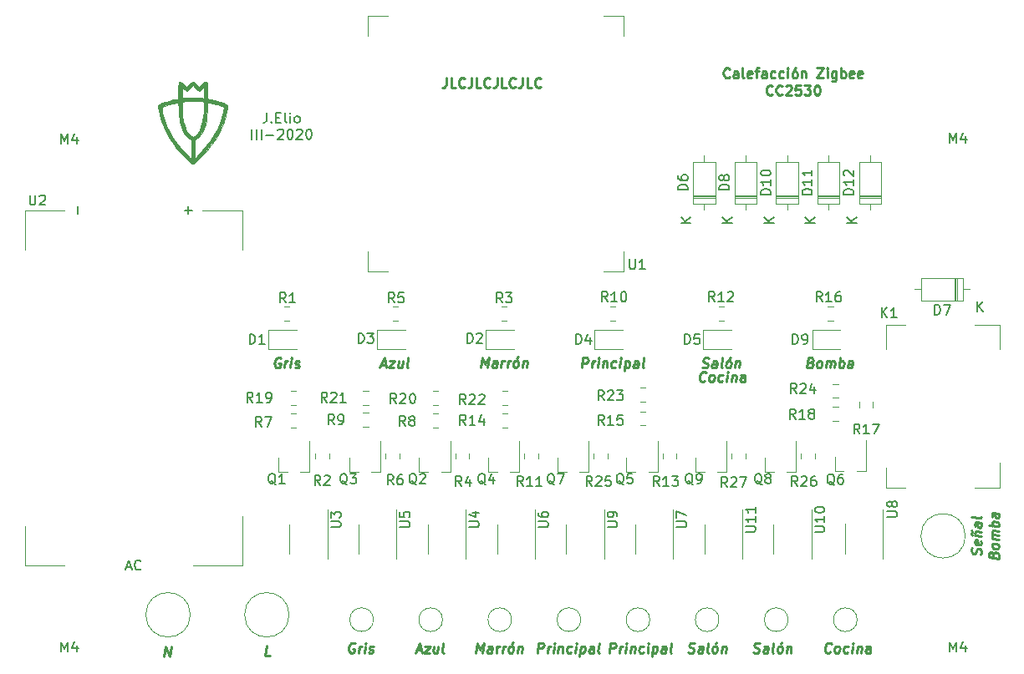
<source format=gbr>
G04 #@! TF.GenerationSoftware,KiCad,Pcbnew,(5.1.5)-3*
G04 #@! TF.CreationDate,2020-04-03T18:33:56+02:00*
G04 #@! TF.ProjectId,Calefacci_n_CC2530,43616c65-6661-4636-9369-f36e5f434332,rev?*
G04 #@! TF.SameCoordinates,Original*
G04 #@! TF.FileFunction,Legend,Top*
G04 #@! TF.FilePolarity,Positive*
%FSLAX46Y46*%
G04 Gerber Fmt 4.6, Leading zero omitted, Abs format (unit mm)*
G04 Created by KiCad (PCBNEW (5.1.5)-3) date 2020-04-03 18:33:56*
%MOMM*%
%LPD*%
G04 APERTURE LIST*
%ADD10C,0.250000*%
%ADD11C,0.150000*%
%ADD12C,0.120000*%
%ADD13C,0.100000*%
%ADD14C,0.010000*%
G04 APERTURE END LIST*
D10*
X174293080Y-148804761D02*
X174429985Y-148852380D01*
X174668080Y-148852380D01*
X174769270Y-148804761D01*
X174822842Y-148757142D01*
X174882366Y-148661904D01*
X174894270Y-148566666D01*
X174858556Y-148471428D01*
X174816889Y-148423809D01*
X174727604Y-148376190D01*
X174543080Y-148328571D01*
X174453794Y-148280952D01*
X174412127Y-148233333D01*
X174376413Y-148138095D01*
X174388318Y-148042857D01*
X174447842Y-147947619D01*
X174501413Y-147900000D01*
X174602604Y-147852380D01*
X174840699Y-147852380D01*
X174977604Y-147900000D01*
X175715699Y-148852380D02*
X175781175Y-148328571D01*
X175745461Y-148233333D01*
X175656175Y-148185714D01*
X175465699Y-148185714D01*
X175364508Y-148233333D01*
X175721651Y-148804761D02*
X175620461Y-148852380D01*
X175382366Y-148852380D01*
X175293080Y-148804761D01*
X175257366Y-148709523D01*
X175269270Y-148614285D01*
X175328794Y-148519047D01*
X175429985Y-148471428D01*
X175668080Y-148471428D01*
X175769270Y-148423809D01*
X176334747Y-148852380D02*
X176245461Y-148804761D01*
X176209747Y-148709523D01*
X176316889Y-147852380D01*
X176858556Y-148852380D02*
X176769270Y-148804761D01*
X176727604Y-148757142D01*
X176691889Y-148661904D01*
X176727604Y-148376190D01*
X176787127Y-148280952D01*
X176840699Y-148233333D01*
X176941889Y-148185714D01*
X177084747Y-148185714D01*
X177174032Y-148233333D01*
X177215699Y-148280952D01*
X177251413Y-148376190D01*
X177215699Y-148661904D01*
X177156175Y-148757142D01*
X177102604Y-148804761D01*
X177001413Y-148852380D01*
X176858556Y-148852380D01*
X177179985Y-147804761D02*
X177019270Y-147947619D01*
X177703794Y-148185714D02*
X177620461Y-148852380D01*
X177691889Y-148280952D02*
X177745461Y-148233333D01*
X177846651Y-148185714D01*
X177989508Y-148185714D01*
X178078794Y-148233333D01*
X178114508Y-148328571D01*
X178049032Y-148852380D01*
X159696651Y-148852380D02*
X159821651Y-147852380D01*
X160202604Y-147852380D01*
X160291889Y-147900000D01*
X160333556Y-147947619D01*
X160369270Y-148042857D01*
X160351413Y-148185714D01*
X160291889Y-148280952D01*
X160238318Y-148328571D01*
X160137127Y-148376190D01*
X159756175Y-148376190D01*
X160696651Y-148852380D02*
X160779985Y-148185714D01*
X160756175Y-148376190D02*
X160815699Y-148280952D01*
X160869270Y-148233333D01*
X160970461Y-148185714D01*
X161065699Y-148185714D01*
X161315699Y-148852380D02*
X161399032Y-148185714D01*
X161440699Y-147852380D02*
X161387127Y-147900000D01*
X161428794Y-147947619D01*
X161482366Y-147900000D01*
X161440699Y-147852380D01*
X161428794Y-147947619D01*
X161875223Y-148185714D02*
X161791889Y-148852380D01*
X161863318Y-148280952D02*
X161916889Y-148233333D01*
X162018080Y-148185714D01*
X162160937Y-148185714D01*
X162250223Y-148233333D01*
X162285937Y-148328571D01*
X162220461Y-148852380D01*
X163131175Y-148804761D02*
X163029985Y-148852380D01*
X162839508Y-148852380D01*
X162750223Y-148804761D01*
X162708556Y-148757142D01*
X162672842Y-148661904D01*
X162708556Y-148376190D01*
X162768080Y-148280952D01*
X162821651Y-148233333D01*
X162922842Y-148185714D01*
X163113318Y-148185714D01*
X163202604Y-148233333D01*
X163553794Y-148852380D02*
X163637127Y-148185714D01*
X163678794Y-147852380D02*
X163625223Y-147900000D01*
X163666889Y-147947619D01*
X163720461Y-147900000D01*
X163678794Y-147852380D01*
X163666889Y-147947619D01*
X164113318Y-148185714D02*
X163988318Y-149185714D01*
X164107366Y-148233333D02*
X164208556Y-148185714D01*
X164399032Y-148185714D01*
X164488318Y-148233333D01*
X164529985Y-148280952D01*
X164565699Y-148376190D01*
X164529985Y-148661904D01*
X164470461Y-148757142D01*
X164416889Y-148804761D01*
X164315699Y-148852380D01*
X164125223Y-148852380D01*
X164035937Y-148804761D01*
X165363318Y-148852380D02*
X165428794Y-148328571D01*
X165393080Y-148233333D01*
X165303794Y-148185714D01*
X165113318Y-148185714D01*
X165012127Y-148233333D01*
X165369270Y-148804761D02*
X165268080Y-148852380D01*
X165029985Y-148852380D01*
X164940699Y-148804761D01*
X164904985Y-148709523D01*
X164916889Y-148614285D01*
X164976413Y-148519047D01*
X165077604Y-148471428D01*
X165315699Y-148471428D01*
X165416889Y-148423809D01*
X165982366Y-148852380D02*
X165893080Y-148804761D01*
X165857366Y-148709523D01*
X165964508Y-147852380D01*
X197329761Y-138883110D02*
X197377380Y-138746205D01*
X197377380Y-138508110D01*
X197329761Y-138406919D01*
X197282142Y-138353348D01*
X197186904Y-138293824D01*
X197091666Y-138281919D01*
X196996428Y-138317633D01*
X196948809Y-138359300D01*
X196901190Y-138448586D01*
X196853571Y-138633110D01*
X196805952Y-138722395D01*
X196758333Y-138764062D01*
X196663095Y-138799776D01*
X196567857Y-138787872D01*
X196472619Y-138728348D01*
X196425000Y-138674776D01*
X196377380Y-138573586D01*
X196377380Y-138335491D01*
X196425000Y-138198586D01*
X197329761Y-137502157D02*
X197377380Y-137603348D01*
X197377380Y-137793824D01*
X197329761Y-137883110D01*
X197234523Y-137918824D01*
X196853571Y-137871205D01*
X196758333Y-137811681D01*
X196710714Y-137710491D01*
X196710714Y-137520014D01*
X196758333Y-137430729D01*
X196853571Y-137395014D01*
X196948809Y-137406919D01*
X197044047Y-137895014D01*
X196710714Y-136948586D02*
X197377380Y-137031919D01*
X196805952Y-136960491D02*
X196758333Y-136906919D01*
X196710714Y-136805729D01*
X196710714Y-136662872D01*
X196758333Y-136573586D01*
X196853571Y-136537872D01*
X197377380Y-136603348D01*
X196472619Y-136966443D02*
X196425000Y-136912872D01*
X196377380Y-136811681D01*
X196472619Y-136633110D01*
X196425000Y-136531919D01*
X196377380Y-136478348D01*
X197377380Y-135698586D02*
X196853571Y-135633110D01*
X196758333Y-135668824D01*
X196710714Y-135758110D01*
X196710714Y-135948586D01*
X196758333Y-136049776D01*
X197329761Y-135692633D02*
X197377380Y-135793824D01*
X197377380Y-136031919D01*
X197329761Y-136121205D01*
X197234523Y-136156919D01*
X197139285Y-136145014D01*
X197044047Y-136085491D01*
X196996428Y-135984300D01*
X196996428Y-135746205D01*
X196948809Y-135645014D01*
X197377380Y-135079538D02*
X197329761Y-135168824D01*
X197234523Y-135204538D01*
X196377380Y-135097395D01*
X198603571Y-138895014D02*
X198651190Y-138758110D01*
X198698809Y-138716443D01*
X198794047Y-138680729D01*
X198936904Y-138698586D01*
X199032142Y-138758110D01*
X199079761Y-138811681D01*
X199127380Y-138912872D01*
X199127380Y-139293824D01*
X198127380Y-139168824D01*
X198127380Y-138835491D01*
X198175000Y-138746205D01*
X198222619Y-138704538D01*
X198317857Y-138668824D01*
X198413095Y-138680729D01*
X198508333Y-138740252D01*
X198555952Y-138793824D01*
X198603571Y-138895014D01*
X198603571Y-139228348D01*
X199127380Y-138150967D02*
X199079761Y-138240252D01*
X199032142Y-138281919D01*
X198936904Y-138317633D01*
X198651190Y-138281919D01*
X198555952Y-138222395D01*
X198508333Y-138168824D01*
X198460714Y-138067633D01*
X198460714Y-137924776D01*
X198508333Y-137835491D01*
X198555952Y-137793824D01*
X198651190Y-137758110D01*
X198936904Y-137793824D01*
X199032142Y-137853348D01*
X199079761Y-137906919D01*
X199127380Y-138008110D01*
X199127380Y-138150967D01*
X199127380Y-137389062D02*
X198460714Y-137305729D01*
X198555952Y-137317633D02*
X198508333Y-137264062D01*
X198460714Y-137162872D01*
X198460714Y-137020014D01*
X198508333Y-136930729D01*
X198603571Y-136895014D01*
X199127380Y-136960491D01*
X198603571Y-136895014D02*
X198508333Y-136835491D01*
X198460714Y-136734300D01*
X198460714Y-136591443D01*
X198508333Y-136502157D01*
X198603571Y-136466443D01*
X199127380Y-136531919D01*
X199127380Y-136055729D02*
X198127380Y-135930729D01*
X198508333Y-135978348D02*
X198460714Y-135877157D01*
X198460714Y-135686681D01*
X198508333Y-135597395D01*
X198555952Y-135555729D01*
X198651190Y-135520014D01*
X198936904Y-135555729D01*
X199032142Y-135615252D01*
X199079761Y-135668824D01*
X199127380Y-135770014D01*
X199127380Y-135960491D01*
X199079761Y-136049776D01*
X199127380Y-134722395D02*
X198603571Y-134656919D01*
X198508333Y-134692633D01*
X198460714Y-134781919D01*
X198460714Y-134972395D01*
X198508333Y-135073586D01*
X199079761Y-134716443D02*
X199127380Y-134817633D01*
X199127380Y-135055729D01*
X199079761Y-135145014D01*
X198984523Y-135180729D01*
X198889285Y-135168824D01*
X198794047Y-135109300D01*
X198746428Y-135008110D01*
X198746428Y-134770014D01*
X198698809Y-134668824D01*
X125301413Y-149152380D02*
X124825223Y-149152380D01*
X124950223Y-148152380D01*
X114606175Y-149252380D02*
X114731175Y-148252380D01*
X115177604Y-149252380D01*
X115302604Y-148252380D01*
X167693080Y-148804761D02*
X167829985Y-148852380D01*
X168068080Y-148852380D01*
X168169270Y-148804761D01*
X168222842Y-148757142D01*
X168282366Y-148661904D01*
X168294270Y-148566666D01*
X168258556Y-148471428D01*
X168216889Y-148423809D01*
X168127604Y-148376190D01*
X167943080Y-148328571D01*
X167853794Y-148280952D01*
X167812127Y-148233333D01*
X167776413Y-148138095D01*
X167788318Y-148042857D01*
X167847842Y-147947619D01*
X167901413Y-147900000D01*
X168002604Y-147852380D01*
X168240699Y-147852380D01*
X168377604Y-147900000D01*
X169115699Y-148852380D02*
X169181175Y-148328571D01*
X169145461Y-148233333D01*
X169056175Y-148185714D01*
X168865699Y-148185714D01*
X168764508Y-148233333D01*
X169121651Y-148804761D02*
X169020461Y-148852380D01*
X168782366Y-148852380D01*
X168693080Y-148804761D01*
X168657366Y-148709523D01*
X168669270Y-148614285D01*
X168728794Y-148519047D01*
X168829985Y-148471428D01*
X169068080Y-148471428D01*
X169169270Y-148423809D01*
X169734747Y-148852380D02*
X169645461Y-148804761D01*
X169609747Y-148709523D01*
X169716889Y-147852380D01*
X170258556Y-148852380D02*
X170169270Y-148804761D01*
X170127604Y-148757142D01*
X170091889Y-148661904D01*
X170127604Y-148376190D01*
X170187127Y-148280952D01*
X170240699Y-148233333D01*
X170341889Y-148185714D01*
X170484747Y-148185714D01*
X170574032Y-148233333D01*
X170615699Y-148280952D01*
X170651413Y-148376190D01*
X170615699Y-148661904D01*
X170556175Y-148757142D01*
X170502604Y-148804761D01*
X170401413Y-148852380D01*
X170258556Y-148852380D01*
X170579985Y-147804761D02*
X170419270Y-147947619D01*
X171103794Y-148185714D02*
X171020461Y-148852380D01*
X171091889Y-148280952D02*
X171145461Y-148233333D01*
X171246651Y-148185714D01*
X171389508Y-148185714D01*
X171478794Y-148233333D01*
X171514508Y-148328571D01*
X171449032Y-148852380D01*
X182089508Y-148757142D02*
X182035937Y-148804761D01*
X181887127Y-148852380D01*
X181791889Y-148852380D01*
X181654985Y-148804761D01*
X181571651Y-148709523D01*
X181535937Y-148614285D01*
X181512127Y-148423809D01*
X181529985Y-148280952D01*
X181601413Y-148090476D01*
X181660937Y-147995238D01*
X181768080Y-147900000D01*
X181916889Y-147852380D01*
X182012127Y-147852380D01*
X182149032Y-147900000D01*
X182190699Y-147947619D01*
X182649032Y-148852380D02*
X182559747Y-148804761D01*
X182518080Y-148757142D01*
X182482366Y-148661904D01*
X182518080Y-148376190D01*
X182577604Y-148280952D01*
X182631175Y-148233333D01*
X182732366Y-148185714D01*
X182875223Y-148185714D01*
X182964508Y-148233333D01*
X183006175Y-148280952D01*
X183041889Y-148376190D01*
X183006175Y-148661904D01*
X182946651Y-148757142D01*
X182893080Y-148804761D01*
X182791889Y-148852380D01*
X182649032Y-148852380D01*
X183845461Y-148804761D02*
X183744270Y-148852380D01*
X183553794Y-148852380D01*
X183464508Y-148804761D01*
X183422842Y-148757142D01*
X183387127Y-148661904D01*
X183422842Y-148376190D01*
X183482366Y-148280952D01*
X183535937Y-148233333D01*
X183637127Y-148185714D01*
X183827604Y-148185714D01*
X183916889Y-148233333D01*
X184268080Y-148852380D02*
X184351413Y-148185714D01*
X184393080Y-147852380D02*
X184339508Y-147900000D01*
X184381175Y-147947619D01*
X184434747Y-147900000D01*
X184393080Y-147852380D01*
X184381175Y-147947619D01*
X184827604Y-148185714D02*
X184744270Y-148852380D01*
X184815699Y-148280952D02*
X184869270Y-148233333D01*
X184970461Y-148185714D01*
X185113318Y-148185714D01*
X185202604Y-148233333D01*
X185238318Y-148328571D01*
X185172842Y-148852380D01*
X186077604Y-148852380D02*
X186143080Y-148328571D01*
X186107366Y-148233333D01*
X186018080Y-148185714D01*
X185827604Y-148185714D01*
X185726413Y-148233333D01*
X186083556Y-148804761D02*
X185982366Y-148852380D01*
X185744270Y-148852380D01*
X185654985Y-148804761D01*
X185619270Y-148709523D01*
X185631175Y-148614285D01*
X185690699Y-148519047D01*
X185791889Y-148471428D01*
X186029985Y-148471428D01*
X186131175Y-148423809D01*
X152396651Y-148852380D02*
X152521651Y-147852380D01*
X152902604Y-147852380D01*
X152991889Y-147900000D01*
X153033556Y-147947619D01*
X153069270Y-148042857D01*
X153051413Y-148185714D01*
X152991889Y-148280952D01*
X152938318Y-148328571D01*
X152837127Y-148376190D01*
X152456175Y-148376190D01*
X153396651Y-148852380D02*
X153479985Y-148185714D01*
X153456175Y-148376190D02*
X153515699Y-148280952D01*
X153569270Y-148233333D01*
X153670461Y-148185714D01*
X153765699Y-148185714D01*
X154015699Y-148852380D02*
X154099032Y-148185714D01*
X154140699Y-147852380D02*
X154087127Y-147900000D01*
X154128794Y-147947619D01*
X154182366Y-147900000D01*
X154140699Y-147852380D01*
X154128794Y-147947619D01*
X154575223Y-148185714D02*
X154491889Y-148852380D01*
X154563318Y-148280952D02*
X154616889Y-148233333D01*
X154718080Y-148185714D01*
X154860937Y-148185714D01*
X154950223Y-148233333D01*
X154985937Y-148328571D01*
X154920461Y-148852380D01*
X155831175Y-148804761D02*
X155729985Y-148852380D01*
X155539508Y-148852380D01*
X155450223Y-148804761D01*
X155408556Y-148757142D01*
X155372842Y-148661904D01*
X155408556Y-148376190D01*
X155468080Y-148280952D01*
X155521651Y-148233333D01*
X155622842Y-148185714D01*
X155813318Y-148185714D01*
X155902604Y-148233333D01*
X156253794Y-148852380D02*
X156337127Y-148185714D01*
X156378794Y-147852380D02*
X156325223Y-147900000D01*
X156366889Y-147947619D01*
X156420461Y-147900000D01*
X156378794Y-147852380D01*
X156366889Y-147947619D01*
X156813318Y-148185714D02*
X156688318Y-149185714D01*
X156807366Y-148233333D02*
X156908556Y-148185714D01*
X157099032Y-148185714D01*
X157188318Y-148233333D01*
X157229985Y-148280952D01*
X157265699Y-148376190D01*
X157229985Y-148661904D01*
X157170461Y-148757142D01*
X157116889Y-148804761D01*
X157015699Y-148852380D01*
X156825223Y-148852380D01*
X156735937Y-148804761D01*
X158063318Y-148852380D02*
X158128794Y-148328571D01*
X158093080Y-148233333D01*
X158003794Y-148185714D01*
X157813318Y-148185714D01*
X157712127Y-148233333D01*
X158069270Y-148804761D02*
X157968080Y-148852380D01*
X157729985Y-148852380D01*
X157640699Y-148804761D01*
X157604985Y-148709523D01*
X157616889Y-148614285D01*
X157676413Y-148519047D01*
X157777604Y-148471428D01*
X158015699Y-148471428D01*
X158116889Y-148423809D01*
X158682366Y-148852380D02*
X158593080Y-148804761D01*
X158557366Y-148709523D01*
X158664508Y-147852380D01*
X140170461Y-148566666D02*
X140646651Y-148566666D01*
X140039508Y-148852380D02*
X140497842Y-147852380D01*
X140706175Y-148852380D01*
X141027604Y-148185714D02*
X141551413Y-148185714D01*
X140944270Y-148852380D01*
X141468080Y-148852380D01*
X142360937Y-148185714D02*
X142277604Y-148852380D01*
X141932366Y-148185714D02*
X141866889Y-148709523D01*
X141902604Y-148804761D01*
X141991889Y-148852380D01*
X142134747Y-148852380D01*
X142235937Y-148804761D01*
X142289508Y-148757142D01*
X142896651Y-148852380D02*
X142807366Y-148804761D01*
X142771651Y-148709523D01*
X142878794Y-147852380D01*
X146182366Y-148852380D02*
X146307366Y-147852380D01*
X146551413Y-148566666D01*
X146974032Y-147852380D01*
X146849032Y-148852380D01*
X147753794Y-148852380D02*
X147819270Y-148328571D01*
X147783556Y-148233333D01*
X147694270Y-148185714D01*
X147503794Y-148185714D01*
X147402604Y-148233333D01*
X147759747Y-148804761D02*
X147658556Y-148852380D01*
X147420461Y-148852380D01*
X147331175Y-148804761D01*
X147295461Y-148709523D01*
X147307366Y-148614285D01*
X147366889Y-148519047D01*
X147468080Y-148471428D01*
X147706175Y-148471428D01*
X147807366Y-148423809D01*
X148229985Y-148852380D02*
X148313318Y-148185714D01*
X148289508Y-148376190D02*
X148349032Y-148280952D01*
X148402604Y-148233333D01*
X148503794Y-148185714D01*
X148599032Y-148185714D01*
X148849032Y-148852380D02*
X148932366Y-148185714D01*
X148908556Y-148376190D02*
X148968080Y-148280952D01*
X149021651Y-148233333D01*
X149122842Y-148185714D01*
X149218080Y-148185714D01*
X149610937Y-148852380D02*
X149521651Y-148804761D01*
X149479985Y-148757142D01*
X149444270Y-148661904D01*
X149479985Y-148376190D01*
X149539508Y-148280952D01*
X149593080Y-148233333D01*
X149694270Y-148185714D01*
X149837127Y-148185714D01*
X149926413Y-148233333D01*
X149968080Y-148280952D01*
X150003794Y-148376190D01*
X149968080Y-148661904D01*
X149908556Y-148757142D01*
X149854985Y-148804761D01*
X149753794Y-148852380D01*
X149610937Y-148852380D01*
X149932366Y-147804761D02*
X149771651Y-147947619D01*
X150456175Y-148185714D02*
X150372842Y-148852380D01*
X150444270Y-148280952D02*
X150497842Y-148233333D01*
X150599032Y-148185714D01*
X150741889Y-148185714D01*
X150831175Y-148233333D01*
X150866889Y-148328571D01*
X150801413Y-148852380D01*
X133920461Y-147900000D02*
X133831175Y-147852380D01*
X133688318Y-147852380D01*
X133539508Y-147900000D01*
X133432366Y-147995238D01*
X133372842Y-148090476D01*
X133301413Y-148280952D01*
X133283556Y-148423809D01*
X133307366Y-148614285D01*
X133343080Y-148709523D01*
X133426413Y-148804761D01*
X133563318Y-148852380D01*
X133658556Y-148852380D01*
X133807366Y-148804761D01*
X133860937Y-148757142D01*
X133902604Y-148423809D01*
X133712127Y-148423809D01*
X134277604Y-148852380D02*
X134360937Y-148185714D01*
X134337127Y-148376190D02*
X134396651Y-148280952D01*
X134450223Y-148233333D01*
X134551413Y-148185714D01*
X134646651Y-148185714D01*
X134896651Y-148852380D02*
X134979985Y-148185714D01*
X135021651Y-147852380D02*
X134968080Y-147900000D01*
X135009747Y-147947619D01*
X135063318Y-147900000D01*
X135021651Y-147852380D01*
X135009747Y-147947619D01*
X135331175Y-148804761D02*
X135420461Y-148852380D01*
X135610937Y-148852380D01*
X135712127Y-148804761D01*
X135771651Y-148709523D01*
X135777604Y-148661904D01*
X135741889Y-148566666D01*
X135652604Y-148519047D01*
X135509747Y-148519047D01*
X135420461Y-148471428D01*
X135384747Y-148376190D01*
X135390699Y-148328571D01*
X135450223Y-148233333D01*
X135551413Y-148185714D01*
X135694270Y-148185714D01*
X135783556Y-148233333D01*
X143180952Y-90552380D02*
X143180952Y-91266666D01*
X143133333Y-91409523D01*
X143038095Y-91504761D01*
X142895238Y-91552380D01*
X142800000Y-91552380D01*
X144133333Y-91552380D02*
X143657142Y-91552380D01*
X143657142Y-90552380D01*
X145038095Y-91457142D02*
X144990476Y-91504761D01*
X144847619Y-91552380D01*
X144752380Y-91552380D01*
X144609523Y-91504761D01*
X144514285Y-91409523D01*
X144466666Y-91314285D01*
X144419047Y-91123809D01*
X144419047Y-90980952D01*
X144466666Y-90790476D01*
X144514285Y-90695238D01*
X144609523Y-90600000D01*
X144752380Y-90552380D01*
X144847619Y-90552380D01*
X144990476Y-90600000D01*
X145038095Y-90647619D01*
X145752380Y-90552380D02*
X145752380Y-91266666D01*
X145704761Y-91409523D01*
X145609523Y-91504761D01*
X145466666Y-91552380D01*
X145371428Y-91552380D01*
X146704761Y-91552380D02*
X146228571Y-91552380D01*
X146228571Y-90552380D01*
X147609523Y-91457142D02*
X147561904Y-91504761D01*
X147419047Y-91552380D01*
X147323809Y-91552380D01*
X147180952Y-91504761D01*
X147085714Y-91409523D01*
X147038095Y-91314285D01*
X146990476Y-91123809D01*
X146990476Y-90980952D01*
X147038095Y-90790476D01*
X147085714Y-90695238D01*
X147180952Y-90600000D01*
X147323809Y-90552380D01*
X147419047Y-90552380D01*
X147561904Y-90600000D01*
X147609523Y-90647619D01*
X148323809Y-90552380D02*
X148323809Y-91266666D01*
X148276190Y-91409523D01*
X148180952Y-91504761D01*
X148038095Y-91552380D01*
X147942857Y-91552380D01*
X149276190Y-91552380D02*
X148800000Y-91552380D01*
X148800000Y-90552380D01*
X150180952Y-91457142D02*
X150133333Y-91504761D01*
X149990476Y-91552380D01*
X149895238Y-91552380D01*
X149752380Y-91504761D01*
X149657142Y-91409523D01*
X149609523Y-91314285D01*
X149561904Y-91123809D01*
X149561904Y-90980952D01*
X149609523Y-90790476D01*
X149657142Y-90695238D01*
X149752380Y-90600000D01*
X149895238Y-90552380D01*
X149990476Y-90552380D01*
X150133333Y-90600000D01*
X150180952Y-90647619D01*
X150895238Y-90552380D02*
X150895238Y-91266666D01*
X150847619Y-91409523D01*
X150752380Y-91504761D01*
X150609523Y-91552380D01*
X150514285Y-91552380D01*
X151847619Y-91552380D02*
X151371428Y-91552380D01*
X151371428Y-90552380D01*
X152752380Y-91457142D02*
X152704761Y-91504761D01*
X152561904Y-91552380D01*
X152466666Y-91552380D01*
X152323809Y-91504761D01*
X152228571Y-91409523D01*
X152180952Y-91314285D01*
X152133333Y-91123809D01*
X152133333Y-90980952D01*
X152180952Y-90790476D01*
X152228571Y-90695238D01*
X152323809Y-90600000D01*
X152466666Y-90552380D01*
X152561904Y-90552380D01*
X152704761Y-90600000D01*
X152752380Y-90647619D01*
X171871428Y-90482142D02*
X171823809Y-90529761D01*
X171680952Y-90577380D01*
X171585714Y-90577380D01*
X171442857Y-90529761D01*
X171347619Y-90434523D01*
X171300000Y-90339285D01*
X171252380Y-90148809D01*
X171252380Y-90005952D01*
X171300000Y-89815476D01*
X171347619Y-89720238D01*
X171442857Y-89625000D01*
X171585714Y-89577380D01*
X171680952Y-89577380D01*
X171823809Y-89625000D01*
X171871428Y-89672619D01*
X172728571Y-90577380D02*
X172728571Y-90053571D01*
X172680952Y-89958333D01*
X172585714Y-89910714D01*
X172395238Y-89910714D01*
X172300000Y-89958333D01*
X172728571Y-90529761D02*
X172633333Y-90577380D01*
X172395238Y-90577380D01*
X172300000Y-90529761D01*
X172252380Y-90434523D01*
X172252380Y-90339285D01*
X172300000Y-90244047D01*
X172395238Y-90196428D01*
X172633333Y-90196428D01*
X172728571Y-90148809D01*
X173347619Y-90577380D02*
X173252380Y-90529761D01*
X173204761Y-90434523D01*
X173204761Y-89577380D01*
X174109523Y-90529761D02*
X174014285Y-90577380D01*
X173823809Y-90577380D01*
X173728571Y-90529761D01*
X173680952Y-90434523D01*
X173680952Y-90053571D01*
X173728571Y-89958333D01*
X173823809Y-89910714D01*
X174014285Y-89910714D01*
X174109523Y-89958333D01*
X174157142Y-90053571D01*
X174157142Y-90148809D01*
X173680952Y-90244047D01*
X174442857Y-89910714D02*
X174823809Y-89910714D01*
X174585714Y-90577380D02*
X174585714Y-89720238D01*
X174633333Y-89625000D01*
X174728571Y-89577380D01*
X174823809Y-89577380D01*
X175585714Y-90577380D02*
X175585714Y-90053571D01*
X175538095Y-89958333D01*
X175442857Y-89910714D01*
X175252380Y-89910714D01*
X175157142Y-89958333D01*
X175585714Y-90529761D02*
X175490476Y-90577380D01*
X175252380Y-90577380D01*
X175157142Y-90529761D01*
X175109523Y-90434523D01*
X175109523Y-90339285D01*
X175157142Y-90244047D01*
X175252380Y-90196428D01*
X175490476Y-90196428D01*
X175585714Y-90148809D01*
X176490476Y-90529761D02*
X176395238Y-90577380D01*
X176204761Y-90577380D01*
X176109523Y-90529761D01*
X176061904Y-90482142D01*
X176014285Y-90386904D01*
X176014285Y-90101190D01*
X176061904Y-90005952D01*
X176109523Y-89958333D01*
X176204761Y-89910714D01*
X176395238Y-89910714D01*
X176490476Y-89958333D01*
X177347619Y-90529761D02*
X177252380Y-90577380D01*
X177061904Y-90577380D01*
X176966666Y-90529761D01*
X176919047Y-90482142D01*
X176871428Y-90386904D01*
X176871428Y-90101190D01*
X176919047Y-90005952D01*
X176966666Y-89958333D01*
X177061904Y-89910714D01*
X177252380Y-89910714D01*
X177347619Y-89958333D01*
X177776190Y-90577380D02*
X177776190Y-89910714D01*
X177776190Y-89577380D02*
X177728571Y-89625000D01*
X177776190Y-89672619D01*
X177823809Y-89625000D01*
X177776190Y-89577380D01*
X177776190Y-89672619D01*
X178395238Y-90577380D02*
X178300000Y-90529761D01*
X178252380Y-90482142D01*
X178204761Y-90386904D01*
X178204761Y-90101190D01*
X178252380Y-90005952D01*
X178300000Y-89958333D01*
X178395238Y-89910714D01*
X178538095Y-89910714D01*
X178633333Y-89958333D01*
X178680952Y-90005952D01*
X178728571Y-90101190D01*
X178728571Y-90386904D01*
X178680952Y-90482142D01*
X178633333Y-90529761D01*
X178538095Y-90577380D01*
X178395238Y-90577380D01*
X178585714Y-89529761D02*
X178442857Y-89672619D01*
X179157142Y-89910714D02*
X179157142Y-90577380D01*
X179157142Y-90005952D02*
X179204761Y-89958333D01*
X179300000Y-89910714D01*
X179442857Y-89910714D01*
X179538095Y-89958333D01*
X179585714Y-90053571D01*
X179585714Y-90577380D01*
X180728571Y-89577380D02*
X181395238Y-89577380D01*
X180728571Y-90577380D01*
X181395238Y-90577380D01*
X181776190Y-90577380D02*
X181776190Y-89910714D01*
X181776190Y-89577380D02*
X181728571Y-89625000D01*
X181776190Y-89672619D01*
X181823809Y-89625000D01*
X181776190Y-89577380D01*
X181776190Y-89672619D01*
X182680952Y-89910714D02*
X182680952Y-90720238D01*
X182633333Y-90815476D01*
X182585714Y-90863095D01*
X182490476Y-90910714D01*
X182347619Y-90910714D01*
X182252380Y-90863095D01*
X182680952Y-90529761D02*
X182585714Y-90577380D01*
X182395238Y-90577380D01*
X182300000Y-90529761D01*
X182252380Y-90482142D01*
X182204761Y-90386904D01*
X182204761Y-90101190D01*
X182252380Y-90005952D01*
X182300000Y-89958333D01*
X182395238Y-89910714D01*
X182585714Y-89910714D01*
X182680952Y-89958333D01*
X183157142Y-90577380D02*
X183157142Y-89577380D01*
X183157142Y-89958333D02*
X183252380Y-89910714D01*
X183442857Y-89910714D01*
X183538095Y-89958333D01*
X183585714Y-90005952D01*
X183633333Y-90101190D01*
X183633333Y-90386904D01*
X183585714Y-90482142D01*
X183538095Y-90529761D01*
X183442857Y-90577380D01*
X183252380Y-90577380D01*
X183157142Y-90529761D01*
X184442857Y-90529761D02*
X184347619Y-90577380D01*
X184157142Y-90577380D01*
X184061904Y-90529761D01*
X184014285Y-90434523D01*
X184014285Y-90053571D01*
X184061904Y-89958333D01*
X184157142Y-89910714D01*
X184347619Y-89910714D01*
X184442857Y-89958333D01*
X184490476Y-90053571D01*
X184490476Y-90148809D01*
X184014285Y-90244047D01*
X185300000Y-90529761D02*
X185204761Y-90577380D01*
X185014285Y-90577380D01*
X184919047Y-90529761D01*
X184871428Y-90434523D01*
X184871428Y-90053571D01*
X184919047Y-89958333D01*
X185014285Y-89910714D01*
X185204761Y-89910714D01*
X185300000Y-89958333D01*
X185347619Y-90053571D01*
X185347619Y-90148809D01*
X184871428Y-90244047D01*
X176204761Y-92232142D02*
X176157142Y-92279761D01*
X176014285Y-92327380D01*
X175919047Y-92327380D01*
X175776190Y-92279761D01*
X175680952Y-92184523D01*
X175633333Y-92089285D01*
X175585714Y-91898809D01*
X175585714Y-91755952D01*
X175633333Y-91565476D01*
X175680952Y-91470238D01*
X175776190Y-91375000D01*
X175919047Y-91327380D01*
X176014285Y-91327380D01*
X176157142Y-91375000D01*
X176204761Y-91422619D01*
X177204761Y-92232142D02*
X177157142Y-92279761D01*
X177014285Y-92327380D01*
X176919047Y-92327380D01*
X176776190Y-92279761D01*
X176680952Y-92184523D01*
X176633333Y-92089285D01*
X176585714Y-91898809D01*
X176585714Y-91755952D01*
X176633333Y-91565476D01*
X176680952Y-91470238D01*
X176776190Y-91375000D01*
X176919047Y-91327380D01*
X177014285Y-91327380D01*
X177157142Y-91375000D01*
X177204761Y-91422619D01*
X177585714Y-91422619D02*
X177633333Y-91375000D01*
X177728571Y-91327380D01*
X177966666Y-91327380D01*
X178061904Y-91375000D01*
X178109523Y-91422619D01*
X178157142Y-91517857D01*
X178157142Y-91613095D01*
X178109523Y-91755952D01*
X177538095Y-92327380D01*
X178157142Y-92327380D01*
X179061904Y-91327380D02*
X178585714Y-91327380D01*
X178538095Y-91803571D01*
X178585714Y-91755952D01*
X178680952Y-91708333D01*
X178919047Y-91708333D01*
X179014285Y-91755952D01*
X179061904Y-91803571D01*
X179109523Y-91898809D01*
X179109523Y-92136904D01*
X179061904Y-92232142D01*
X179014285Y-92279761D01*
X178919047Y-92327380D01*
X178680952Y-92327380D01*
X178585714Y-92279761D01*
X178538095Y-92232142D01*
X179442857Y-91327380D02*
X180061904Y-91327380D01*
X179728571Y-91708333D01*
X179871428Y-91708333D01*
X179966666Y-91755952D01*
X180014285Y-91803571D01*
X180061904Y-91898809D01*
X180061904Y-92136904D01*
X180014285Y-92232142D01*
X179966666Y-92279761D01*
X179871428Y-92327380D01*
X179585714Y-92327380D01*
X179490476Y-92279761D01*
X179442857Y-92232142D01*
X180680952Y-91327380D02*
X180776190Y-91327380D01*
X180871428Y-91375000D01*
X180919047Y-91422619D01*
X180966666Y-91517857D01*
X181014285Y-91708333D01*
X181014285Y-91946428D01*
X180966666Y-92136904D01*
X180919047Y-92232142D01*
X180871428Y-92279761D01*
X180776190Y-92327380D01*
X180680952Y-92327380D01*
X180585714Y-92279761D01*
X180538095Y-92232142D01*
X180490476Y-92136904D01*
X180442857Y-91946428D01*
X180442857Y-91708333D01*
X180490476Y-91517857D01*
X180538095Y-91422619D01*
X180585714Y-91375000D01*
X180680952Y-91327380D01*
X180104985Y-119428571D02*
X180241889Y-119476190D01*
X180283556Y-119523809D01*
X180319270Y-119619047D01*
X180301413Y-119761904D01*
X180241889Y-119857142D01*
X180188318Y-119904761D01*
X180087127Y-119952380D01*
X179706175Y-119952380D01*
X179831175Y-118952380D01*
X180164508Y-118952380D01*
X180253794Y-119000000D01*
X180295461Y-119047619D01*
X180331175Y-119142857D01*
X180319270Y-119238095D01*
X180259747Y-119333333D01*
X180206175Y-119380952D01*
X180104985Y-119428571D01*
X179771651Y-119428571D01*
X180849032Y-119952380D02*
X180759747Y-119904761D01*
X180718080Y-119857142D01*
X180682366Y-119761904D01*
X180718080Y-119476190D01*
X180777604Y-119380952D01*
X180831175Y-119333333D01*
X180932366Y-119285714D01*
X181075223Y-119285714D01*
X181164508Y-119333333D01*
X181206175Y-119380952D01*
X181241889Y-119476190D01*
X181206175Y-119761904D01*
X181146651Y-119857142D01*
X181093080Y-119904761D01*
X180991889Y-119952380D01*
X180849032Y-119952380D01*
X181610937Y-119952380D02*
X181694270Y-119285714D01*
X181682366Y-119380952D02*
X181735937Y-119333333D01*
X181837127Y-119285714D01*
X181979985Y-119285714D01*
X182069270Y-119333333D01*
X182104985Y-119428571D01*
X182039508Y-119952380D01*
X182104985Y-119428571D02*
X182164508Y-119333333D01*
X182265699Y-119285714D01*
X182408556Y-119285714D01*
X182497842Y-119333333D01*
X182533556Y-119428571D01*
X182468080Y-119952380D01*
X182944270Y-119952380D02*
X183069270Y-118952380D01*
X183021651Y-119333333D02*
X183122842Y-119285714D01*
X183313318Y-119285714D01*
X183402604Y-119333333D01*
X183444270Y-119380952D01*
X183479985Y-119476190D01*
X183444270Y-119761904D01*
X183384747Y-119857142D01*
X183331175Y-119904761D01*
X183229985Y-119952380D01*
X183039508Y-119952380D01*
X182950223Y-119904761D01*
X184277604Y-119952380D02*
X184343080Y-119428571D01*
X184307366Y-119333333D01*
X184218080Y-119285714D01*
X184027604Y-119285714D01*
X183926413Y-119333333D01*
X184283556Y-119904761D02*
X184182366Y-119952380D01*
X183944270Y-119952380D01*
X183854985Y-119904761D01*
X183819270Y-119809523D01*
X183831175Y-119714285D01*
X183890699Y-119619047D01*
X183991889Y-119571428D01*
X184229985Y-119571428D01*
X184331175Y-119523809D01*
X169389508Y-121257142D02*
X169335937Y-121304761D01*
X169187127Y-121352380D01*
X169091889Y-121352380D01*
X168954985Y-121304761D01*
X168871651Y-121209523D01*
X168835937Y-121114285D01*
X168812127Y-120923809D01*
X168829985Y-120780952D01*
X168901413Y-120590476D01*
X168960937Y-120495238D01*
X169068080Y-120400000D01*
X169216889Y-120352380D01*
X169312127Y-120352380D01*
X169449032Y-120400000D01*
X169490699Y-120447619D01*
X169949032Y-121352380D02*
X169859747Y-121304761D01*
X169818080Y-121257142D01*
X169782366Y-121161904D01*
X169818080Y-120876190D01*
X169877604Y-120780952D01*
X169931175Y-120733333D01*
X170032366Y-120685714D01*
X170175223Y-120685714D01*
X170264508Y-120733333D01*
X170306175Y-120780952D01*
X170341889Y-120876190D01*
X170306175Y-121161904D01*
X170246651Y-121257142D01*
X170193080Y-121304761D01*
X170091889Y-121352380D01*
X169949032Y-121352380D01*
X171145461Y-121304761D02*
X171044270Y-121352380D01*
X170853794Y-121352380D01*
X170764508Y-121304761D01*
X170722842Y-121257142D01*
X170687127Y-121161904D01*
X170722842Y-120876190D01*
X170782366Y-120780952D01*
X170835937Y-120733333D01*
X170937127Y-120685714D01*
X171127604Y-120685714D01*
X171216889Y-120733333D01*
X171568080Y-121352380D02*
X171651413Y-120685714D01*
X171693080Y-120352380D02*
X171639508Y-120400000D01*
X171681175Y-120447619D01*
X171734747Y-120400000D01*
X171693080Y-120352380D01*
X171681175Y-120447619D01*
X172127604Y-120685714D02*
X172044270Y-121352380D01*
X172115699Y-120780952D02*
X172169270Y-120733333D01*
X172270461Y-120685714D01*
X172413318Y-120685714D01*
X172502604Y-120733333D01*
X172538318Y-120828571D01*
X172472842Y-121352380D01*
X173377604Y-121352380D02*
X173443080Y-120828571D01*
X173407366Y-120733333D01*
X173318080Y-120685714D01*
X173127604Y-120685714D01*
X173026413Y-120733333D01*
X173383556Y-121304761D02*
X173282366Y-121352380D01*
X173044270Y-121352380D01*
X172954985Y-121304761D01*
X172919270Y-121209523D01*
X172931175Y-121114285D01*
X172990699Y-121019047D01*
X173091889Y-120971428D01*
X173329985Y-120971428D01*
X173431175Y-120923809D01*
X169093080Y-119904761D02*
X169229985Y-119952380D01*
X169468080Y-119952380D01*
X169569270Y-119904761D01*
X169622842Y-119857142D01*
X169682366Y-119761904D01*
X169694270Y-119666666D01*
X169658556Y-119571428D01*
X169616889Y-119523809D01*
X169527604Y-119476190D01*
X169343080Y-119428571D01*
X169253794Y-119380952D01*
X169212127Y-119333333D01*
X169176413Y-119238095D01*
X169188318Y-119142857D01*
X169247842Y-119047619D01*
X169301413Y-119000000D01*
X169402604Y-118952380D01*
X169640699Y-118952380D01*
X169777604Y-119000000D01*
X170515699Y-119952380D02*
X170581175Y-119428571D01*
X170545461Y-119333333D01*
X170456175Y-119285714D01*
X170265699Y-119285714D01*
X170164508Y-119333333D01*
X170521651Y-119904761D02*
X170420461Y-119952380D01*
X170182366Y-119952380D01*
X170093080Y-119904761D01*
X170057366Y-119809523D01*
X170069270Y-119714285D01*
X170128794Y-119619047D01*
X170229985Y-119571428D01*
X170468080Y-119571428D01*
X170569270Y-119523809D01*
X171134747Y-119952380D02*
X171045461Y-119904761D01*
X171009747Y-119809523D01*
X171116889Y-118952380D01*
X171658556Y-119952380D02*
X171569270Y-119904761D01*
X171527604Y-119857142D01*
X171491889Y-119761904D01*
X171527604Y-119476190D01*
X171587127Y-119380952D01*
X171640699Y-119333333D01*
X171741889Y-119285714D01*
X171884747Y-119285714D01*
X171974032Y-119333333D01*
X172015699Y-119380952D01*
X172051413Y-119476190D01*
X172015699Y-119761904D01*
X171956175Y-119857142D01*
X171902604Y-119904761D01*
X171801413Y-119952380D01*
X171658556Y-119952380D01*
X171979985Y-118904761D02*
X171819270Y-119047619D01*
X172503794Y-119285714D02*
X172420461Y-119952380D01*
X172491889Y-119380952D02*
X172545461Y-119333333D01*
X172646651Y-119285714D01*
X172789508Y-119285714D01*
X172878794Y-119333333D01*
X172914508Y-119428571D01*
X172849032Y-119952380D01*
X156896651Y-119952380D02*
X157021651Y-118952380D01*
X157402604Y-118952380D01*
X157491889Y-119000000D01*
X157533556Y-119047619D01*
X157569270Y-119142857D01*
X157551413Y-119285714D01*
X157491889Y-119380952D01*
X157438318Y-119428571D01*
X157337127Y-119476190D01*
X156956175Y-119476190D01*
X157896651Y-119952380D02*
X157979985Y-119285714D01*
X157956175Y-119476190D02*
X158015699Y-119380952D01*
X158069270Y-119333333D01*
X158170461Y-119285714D01*
X158265699Y-119285714D01*
X158515699Y-119952380D02*
X158599032Y-119285714D01*
X158640699Y-118952380D02*
X158587127Y-119000000D01*
X158628794Y-119047619D01*
X158682366Y-119000000D01*
X158640699Y-118952380D01*
X158628794Y-119047619D01*
X159075223Y-119285714D02*
X158991889Y-119952380D01*
X159063318Y-119380952D02*
X159116889Y-119333333D01*
X159218080Y-119285714D01*
X159360937Y-119285714D01*
X159450223Y-119333333D01*
X159485937Y-119428571D01*
X159420461Y-119952380D01*
X160331175Y-119904761D02*
X160229985Y-119952380D01*
X160039508Y-119952380D01*
X159950223Y-119904761D01*
X159908556Y-119857142D01*
X159872842Y-119761904D01*
X159908556Y-119476190D01*
X159968080Y-119380952D01*
X160021651Y-119333333D01*
X160122842Y-119285714D01*
X160313318Y-119285714D01*
X160402604Y-119333333D01*
X160753794Y-119952380D02*
X160837127Y-119285714D01*
X160878794Y-118952380D02*
X160825223Y-119000000D01*
X160866889Y-119047619D01*
X160920461Y-119000000D01*
X160878794Y-118952380D01*
X160866889Y-119047619D01*
X161313318Y-119285714D02*
X161188318Y-120285714D01*
X161307366Y-119333333D02*
X161408556Y-119285714D01*
X161599032Y-119285714D01*
X161688318Y-119333333D01*
X161729985Y-119380952D01*
X161765699Y-119476190D01*
X161729985Y-119761904D01*
X161670461Y-119857142D01*
X161616889Y-119904761D01*
X161515699Y-119952380D01*
X161325223Y-119952380D01*
X161235937Y-119904761D01*
X162563318Y-119952380D02*
X162628794Y-119428571D01*
X162593080Y-119333333D01*
X162503794Y-119285714D01*
X162313318Y-119285714D01*
X162212127Y-119333333D01*
X162569270Y-119904761D02*
X162468080Y-119952380D01*
X162229985Y-119952380D01*
X162140699Y-119904761D01*
X162104985Y-119809523D01*
X162116889Y-119714285D01*
X162176413Y-119619047D01*
X162277604Y-119571428D01*
X162515699Y-119571428D01*
X162616889Y-119523809D01*
X163182366Y-119952380D02*
X163093080Y-119904761D01*
X163057366Y-119809523D01*
X163164508Y-118952380D01*
X136570461Y-119666666D02*
X137046651Y-119666666D01*
X136439508Y-119952380D02*
X136897842Y-118952380D01*
X137106175Y-119952380D01*
X137427604Y-119285714D02*
X137951413Y-119285714D01*
X137344270Y-119952380D01*
X137868080Y-119952380D01*
X138760937Y-119285714D02*
X138677604Y-119952380D01*
X138332366Y-119285714D02*
X138266889Y-119809523D01*
X138302604Y-119904761D01*
X138391889Y-119952380D01*
X138534747Y-119952380D01*
X138635937Y-119904761D01*
X138689508Y-119857142D01*
X139296651Y-119952380D02*
X139207366Y-119904761D01*
X139171651Y-119809523D01*
X139278794Y-118952380D01*
X146682366Y-119902380D02*
X146807366Y-118902380D01*
X147051413Y-119616666D01*
X147474032Y-118902380D01*
X147349032Y-119902380D01*
X148253794Y-119902380D02*
X148319270Y-119378571D01*
X148283556Y-119283333D01*
X148194270Y-119235714D01*
X148003794Y-119235714D01*
X147902604Y-119283333D01*
X148259747Y-119854761D02*
X148158556Y-119902380D01*
X147920461Y-119902380D01*
X147831175Y-119854761D01*
X147795461Y-119759523D01*
X147807366Y-119664285D01*
X147866889Y-119569047D01*
X147968080Y-119521428D01*
X148206175Y-119521428D01*
X148307366Y-119473809D01*
X148729985Y-119902380D02*
X148813318Y-119235714D01*
X148789508Y-119426190D02*
X148849032Y-119330952D01*
X148902604Y-119283333D01*
X149003794Y-119235714D01*
X149099032Y-119235714D01*
X149349032Y-119902380D02*
X149432366Y-119235714D01*
X149408556Y-119426190D02*
X149468080Y-119330952D01*
X149521651Y-119283333D01*
X149622842Y-119235714D01*
X149718080Y-119235714D01*
X150110937Y-119902380D02*
X150021651Y-119854761D01*
X149979985Y-119807142D01*
X149944270Y-119711904D01*
X149979985Y-119426190D01*
X150039508Y-119330952D01*
X150093080Y-119283333D01*
X150194270Y-119235714D01*
X150337127Y-119235714D01*
X150426413Y-119283333D01*
X150468080Y-119330952D01*
X150503794Y-119426190D01*
X150468080Y-119711904D01*
X150408556Y-119807142D01*
X150354985Y-119854761D01*
X150253794Y-119902380D01*
X150110937Y-119902380D01*
X150432366Y-118854761D02*
X150271651Y-118997619D01*
X150956175Y-119235714D02*
X150872842Y-119902380D01*
X150944270Y-119330952D02*
X150997842Y-119283333D01*
X151099032Y-119235714D01*
X151241889Y-119235714D01*
X151331175Y-119283333D01*
X151366889Y-119378571D01*
X151301413Y-119902380D01*
X126420461Y-119000000D02*
X126331175Y-118952380D01*
X126188318Y-118952380D01*
X126039508Y-119000000D01*
X125932366Y-119095238D01*
X125872842Y-119190476D01*
X125801413Y-119380952D01*
X125783556Y-119523809D01*
X125807366Y-119714285D01*
X125843080Y-119809523D01*
X125926413Y-119904761D01*
X126063318Y-119952380D01*
X126158556Y-119952380D01*
X126307366Y-119904761D01*
X126360937Y-119857142D01*
X126402604Y-119523809D01*
X126212127Y-119523809D01*
X126777604Y-119952380D02*
X126860937Y-119285714D01*
X126837127Y-119476190D02*
X126896651Y-119380952D01*
X126950223Y-119333333D01*
X127051413Y-119285714D01*
X127146651Y-119285714D01*
X127396651Y-119952380D02*
X127479985Y-119285714D01*
X127521651Y-118952380D02*
X127468080Y-119000000D01*
X127509747Y-119047619D01*
X127563318Y-119000000D01*
X127521651Y-118952380D01*
X127509747Y-119047619D01*
X127831175Y-119904761D02*
X127920461Y-119952380D01*
X128110937Y-119952380D01*
X128212127Y-119904761D01*
X128271651Y-119809523D01*
X128277604Y-119761904D01*
X128241889Y-119666666D01*
X128152604Y-119619047D01*
X128009747Y-119619047D01*
X127920461Y-119571428D01*
X127884747Y-119476190D01*
X127890699Y-119428571D01*
X127950223Y-119333333D01*
X128051413Y-119285714D01*
X128194270Y-119285714D01*
X128283556Y-119333333D01*
D11*
X125000000Y-94127380D02*
X125000000Y-94841666D01*
X124952380Y-94984523D01*
X124857142Y-95079761D01*
X124714285Y-95127380D01*
X124619047Y-95127380D01*
X125476190Y-95032142D02*
X125523809Y-95079761D01*
X125476190Y-95127380D01*
X125428571Y-95079761D01*
X125476190Y-95032142D01*
X125476190Y-95127380D01*
X125952380Y-94603571D02*
X126285714Y-94603571D01*
X126428571Y-95127380D02*
X125952380Y-95127380D01*
X125952380Y-94127380D01*
X126428571Y-94127380D01*
X127000000Y-95127380D02*
X126904761Y-95079761D01*
X126857142Y-94984523D01*
X126857142Y-94127380D01*
X127380952Y-95127380D02*
X127380952Y-94460714D01*
X127476190Y-94079761D02*
X127333333Y-94222619D01*
X128000000Y-95127380D02*
X127904761Y-95079761D01*
X127857142Y-95032142D01*
X127809523Y-94936904D01*
X127809523Y-94651190D01*
X127857142Y-94555952D01*
X127904761Y-94508333D01*
X128000000Y-94460714D01*
X128142857Y-94460714D01*
X128238095Y-94508333D01*
X128285714Y-94555952D01*
X128333333Y-94651190D01*
X128333333Y-94936904D01*
X128285714Y-95032142D01*
X128238095Y-95079761D01*
X128142857Y-95127380D01*
X128000000Y-95127380D01*
X123500000Y-96777380D02*
X123500000Y-95777380D01*
X123976190Y-96777380D02*
X123976190Y-95777380D01*
X124452380Y-96777380D02*
X124452380Y-95777380D01*
X124928571Y-96396428D02*
X125690476Y-96396428D01*
X126119047Y-95872619D02*
X126166666Y-95825000D01*
X126261904Y-95777380D01*
X126500000Y-95777380D01*
X126595238Y-95825000D01*
X126642857Y-95872619D01*
X126690476Y-95967857D01*
X126690476Y-96063095D01*
X126642857Y-96205952D01*
X126071428Y-96777380D01*
X126690476Y-96777380D01*
X127309523Y-95777380D02*
X127404761Y-95777380D01*
X127500000Y-95825000D01*
X127547619Y-95872619D01*
X127595238Y-95967857D01*
X127642857Y-96158333D01*
X127642857Y-96396428D01*
X127595238Y-96586904D01*
X127547619Y-96682142D01*
X127500000Y-96729761D01*
X127404761Y-96777380D01*
X127309523Y-96777380D01*
X127214285Y-96729761D01*
X127166666Y-96682142D01*
X127119047Y-96586904D01*
X127071428Y-96396428D01*
X127071428Y-96158333D01*
X127119047Y-95967857D01*
X127166666Y-95872619D01*
X127214285Y-95825000D01*
X127309523Y-95777380D01*
X128023809Y-95872619D02*
X128071428Y-95825000D01*
X128166666Y-95777380D01*
X128404761Y-95777380D01*
X128500000Y-95825000D01*
X128547619Y-95872619D01*
X128595238Y-95967857D01*
X128595238Y-96063095D01*
X128547619Y-96205952D01*
X127976190Y-96777380D01*
X128595238Y-96777380D01*
X129214285Y-95777380D02*
X129309523Y-95777380D01*
X129404761Y-95825000D01*
X129452380Y-95872619D01*
X129500000Y-95967857D01*
X129547619Y-96158333D01*
X129547619Y-96396428D01*
X129500000Y-96586904D01*
X129452380Y-96682142D01*
X129404761Y-96729761D01*
X129309523Y-96777380D01*
X129214285Y-96777380D01*
X129119047Y-96729761D01*
X129071428Y-96682142D01*
X129023809Y-96586904D01*
X128976190Y-96396428D01*
X128976190Y-96158333D01*
X129023809Y-95967857D01*
X129071428Y-95872619D01*
X129119047Y-95825000D01*
X129214285Y-95777380D01*
D12*
X182520000Y-130460000D02*
X182520000Y-129000000D01*
X185680000Y-130460000D02*
X185680000Y-127300000D01*
X185680000Y-130460000D02*
X184750000Y-130460000D01*
X182520000Y-130460000D02*
X183450000Y-130460000D01*
X194910000Y-113120000D02*
X194910000Y-110880000D01*
X194670000Y-113120000D02*
X194670000Y-110880000D01*
X194790000Y-113120000D02*
X194790000Y-110880000D01*
X190620000Y-112000000D02*
X191270000Y-112000000D01*
X196160000Y-112000000D02*
X195510000Y-112000000D01*
X191270000Y-113120000D02*
X195510000Y-113120000D01*
X191270000Y-110880000D02*
X191270000Y-113120000D01*
X195510000Y-110880000D02*
X191270000Y-110880000D01*
X195510000Y-113120000D02*
X195510000Y-110880000D01*
X184980000Y-102710000D02*
X187220000Y-102710000D01*
X184980000Y-102470000D02*
X187220000Y-102470000D01*
X184980000Y-102590000D02*
X187220000Y-102590000D01*
X186100000Y-98420000D02*
X186100000Y-99070000D01*
X186100000Y-103960000D02*
X186100000Y-103310000D01*
X184980000Y-99070000D02*
X184980000Y-103310000D01*
X187220000Y-99070000D02*
X184980000Y-99070000D01*
X187220000Y-103310000D02*
X187220000Y-99070000D01*
X184980000Y-103310000D02*
X187220000Y-103310000D01*
X180780000Y-102710000D02*
X183020000Y-102710000D01*
X180780000Y-102470000D02*
X183020000Y-102470000D01*
X180780000Y-102590000D02*
X183020000Y-102590000D01*
X181900000Y-98420000D02*
X181900000Y-99070000D01*
X181900000Y-103960000D02*
X181900000Y-103310000D01*
X180780000Y-99070000D02*
X180780000Y-103310000D01*
X183020000Y-99070000D02*
X180780000Y-99070000D01*
X183020000Y-103310000D02*
X183020000Y-99070000D01*
X180780000Y-103310000D02*
X183020000Y-103310000D01*
X176580000Y-102710000D02*
X178820000Y-102710000D01*
X176580000Y-102470000D02*
X178820000Y-102470000D01*
X176580000Y-102590000D02*
X178820000Y-102590000D01*
X177700000Y-98420000D02*
X177700000Y-99070000D01*
X177700000Y-103960000D02*
X177700000Y-103310000D01*
X176580000Y-99070000D02*
X176580000Y-103310000D01*
X178820000Y-99070000D02*
X176580000Y-99070000D01*
X178820000Y-103310000D02*
X178820000Y-99070000D01*
X176580000Y-103310000D02*
X178820000Y-103310000D01*
X172380000Y-102710000D02*
X174620000Y-102710000D01*
X172380000Y-102470000D02*
X174620000Y-102470000D01*
X172380000Y-102590000D02*
X174620000Y-102590000D01*
X173500000Y-98420000D02*
X173500000Y-99070000D01*
X173500000Y-103960000D02*
X173500000Y-103310000D01*
X172380000Y-99070000D02*
X172380000Y-103310000D01*
X174620000Y-99070000D02*
X172380000Y-99070000D01*
X174620000Y-103310000D02*
X174620000Y-99070000D01*
X172380000Y-103310000D02*
X174620000Y-103310000D01*
X168180000Y-102710000D02*
X170420000Y-102710000D01*
X168180000Y-102470000D02*
X170420000Y-102470000D01*
X168180000Y-102590000D02*
X170420000Y-102590000D01*
X169300000Y-98420000D02*
X169300000Y-99070000D01*
X169300000Y-103960000D02*
X169300000Y-103310000D01*
X168180000Y-99070000D02*
X168180000Y-103310000D01*
X170420000Y-99070000D02*
X168180000Y-99070000D01*
X170420000Y-103310000D02*
X170420000Y-99070000D01*
X168180000Y-103310000D02*
X170420000Y-103310000D01*
D13*
X122500000Y-140000000D02*
X117500000Y-140000000D01*
X117500000Y-140000000D02*
X122500000Y-140000000D01*
X122500000Y-140000000D02*
X122500000Y-135000000D01*
X100500000Y-140000000D02*
X104500000Y-140000000D01*
X100500000Y-140000000D02*
X100500000Y-136000000D01*
X100500000Y-104000000D02*
X104500000Y-104000000D01*
X100500000Y-104000000D02*
X100500000Y-108000000D01*
X122500000Y-104000000D02*
X118500000Y-104000000D01*
X122500000Y-104000000D02*
X122500000Y-108000000D01*
D12*
X125140000Y-118060000D02*
X128000000Y-118060000D01*
X125140000Y-116140000D02*
X125140000Y-118060000D01*
X128000000Y-116140000D02*
X125140000Y-116140000D01*
D14*
G36*
X117548788Y-90943368D02*
G01*
X117594694Y-90968615D01*
X117656430Y-91016455D01*
X117740005Y-91091600D01*
X117851432Y-91198764D01*
X117865850Y-91212907D01*
X118147700Y-91489815D01*
X118437820Y-91212907D01*
X118559814Y-91098478D01*
X118653145Y-91017437D01*
X118724360Y-90966552D01*
X118780005Y-90942593D01*
X118826627Y-90942328D01*
X118870771Y-90962526D01*
X118900536Y-90984529D01*
X118960500Y-91033058D01*
X118967848Y-91860596D01*
X118975196Y-92688133D01*
X119031348Y-92700066D01*
X119086514Y-92711134D01*
X119170581Y-92727304D01*
X119239900Y-92740329D01*
X119387607Y-92771087D01*
X119568229Y-92813754D01*
X119766454Y-92864265D01*
X119966971Y-92918555D01*
X120154472Y-92972561D01*
X120313646Y-93022219D01*
X120357500Y-93037011D01*
X120564001Y-93110380D01*
X120725533Y-93172335D01*
X120846154Y-93224760D01*
X120929924Y-93269538D01*
X120980902Y-93308551D01*
X120999973Y-93334971D01*
X121012027Y-93401680D01*
X121009304Y-93509946D01*
X120993262Y-93653191D01*
X120965355Y-93824837D01*
X120927041Y-94018304D01*
X120879775Y-94227013D01*
X120825015Y-94444386D01*
X120764216Y-94663844D01*
X120698834Y-94878808D01*
X120630326Y-95082699D01*
X120587064Y-95200288D01*
X120342384Y-95773861D01*
X120050113Y-96341496D01*
X119713443Y-96898635D01*
X119335563Y-97440720D01*
X118919664Y-97963190D01*
X118468937Y-98461489D01*
X117986573Y-98931056D01*
X117957200Y-98957759D01*
X117817491Y-99082080D01*
X117708177Y-99173843D01*
X117624099Y-99236777D01*
X117560099Y-99274610D01*
X117511019Y-99291069D01*
X117493992Y-99292505D01*
X117455546Y-99276927D01*
X117390765Y-99235261D01*
X117311215Y-99175246D01*
X117278092Y-99148038D01*
X116969655Y-98877852D01*
X116670060Y-98595037D01*
X116395744Y-98315248D01*
X116336331Y-98251200D01*
X115885285Y-97728222D01*
X115479909Y-97193536D01*
X115120992Y-96648596D01*
X114809321Y-96094855D01*
X114545684Y-95533766D01*
X114330870Y-94966783D01*
X114165666Y-94395359D01*
X114108747Y-94142178D01*
X114073761Y-93960509D01*
X114044703Y-93787582D01*
X114022601Y-93631553D01*
X114009749Y-93512314D01*
X114347134Y-93512314D01*
X114363515Y-93640207D01*
X114446375Y-94117248D01*
X114573771Y-94608349D01*
X114743723Y-95107155D01*
X114954248Y-95607314D01*
X115021438Y-95749300D01*
X115230729Y-96157157D01*
X115452772Y-96541321D01*
X115694417Y-96911875D01*
X115962513Y-97278902D01*
X116263909Y-97652484D01*
X116498048Y-97922930D01*
X116587125Y-98020593D01*
X116690762Y-98129911D01*
X116802995Y-98245055D01*
X116917857Y-98360201D01*
X117029382Y-98469521D01*
X117131605Y-98567190D01*
X117218559Y-98647380D01*
X117284279Y-98704266D01*
X117322799Y-98732021D01*
X117328328Y-98733800D01*
X117332694Y-98709332D01*
X117336713Y-98639657D01*
X117340271Y-98530368D01*
X117343253Y-98387056D01*
X117345545Y-98215314D01*
X117347031Y-98020734D01*
X117347597Y-97808909D01*
X117347600Y-97794652D01*
X117347600Y-96859049D01*
X117677800Y-96859049D01*
X117677800Y-97796424D01*
X117678233Y-98008970D01*
X117679467Y-98204630D01*
X117681402Y-98377806D01*
X117683939Y-98522899D01*
X117686980Y-98634314D01*
X117690424Y-98706451D01*
X117694173Y-98733713D01*
X117694400Y-98733800D01*
X117717226Y-98716879D01*
X117769589Y-98670125D01*
X117845027Y-98599544D01*
X117937080Y-98511147D01*
X118001676Y-98448050D01*
X118481580Y-97946211D01*
X118918132Y-97427369D01*
X119310355Y-96893260D01*
X119657268Y-96345621D01*
X119957895Y-95786186D01*
X120211255Y-95216693D01*
X120416371Y-94638877D01*
X120572264Y-94054474D01*
X120625416Y-93793500D01*
X120646060Y-93677784D01*
X120656897Y-93601678D01*
X120658102Y-93554986D01*
X120649850Y-93527507D01*
X120632315Y-93509043D01*
X120630323Y-93507502D01*
X120578607Y-93480220D01*
X120485450Y-93443222D01*
X120358763Y-93398825D01*
X120206459Y-93349350D01*
X120036450Y-93297114D01*
X119856646Y-93244438D01*
X119674962Y-93193638D01*
X119499308Y-93147036D01*
X119337597Y-93106949D01*
X119197741Y-93075696D01*
X119089212Y-93055829D01*
X118973200Y-93038431D01*
X118972823Y-93377865D01*
X118959332Y-93907022D01*
X118920248Y-94398648D01*
X118855834Y-94851551D01*
X118766351Y-95264539D01*
X118652061Y-95636417D01*
X118513226Y-95965994D01*
X118350109Y-96252077D01*
X118337616Y-96270696D01*
X118231647Y-96409119D01*
X118105715Y-96545793D01*
X117973135Y-96667737D01*
X117847223Y-96761967D01*
X117811660Y-96783502D01*
X117677800Y-96859049D01*
X117347600Y-96859049D01*
X117347600Y-96855504D01*
X117265050Y-96813757D01*
X117068087Y-96687371D01*
X116882231Y-96514602D01*
X116710223Y-96299175D01*
X116554806Y-96044814D01*
X116418723Y-95755244D01*
X116348536Y-95569167D01*
X116265803Y-95304779D01*
X116198669Y-95032214D01*
X116145911Y-94743316D01*
X116106305Y-94429933D01*
X116078629Y-94083912D01*
X116061661Y-93697098D01*
X116060272Y-93647023D01*
X116044478Y-93043346D01*
X115953089Y-93059039D01*
X115537672Y-93144125D01*
X115104046Y-93258648D01*
X114671285Y-93397539D01*
X114647217Y-93406022D01*
X114347134Y-93512314D01*
X114009749Y-93512314D01*
X114008484Y-93500579D01*
X114003380Y-93402817D01*
X114008317Y-93346425D01*
X114008382Y-93346218D01*
X114038855Y-93307427D01*
X114099905Y-93261569D01*
X114145855Y-93235381D01*
X114273223Y-93178289D01*
X114440796Y-93114403D01*
X114638915Y-93046640D01*
X114786447Y-93000342D01*
X116402080Y-93000342D01*
X116414610Y-93689021D01*
X116419745Y-93924898D01*
X116426084Y-94118813D01*
X116434215Y-94279604D01*
X116444722Y-94416105D01*
X116458192Y-94537152D01*
X116475211Y-94651580D01*
X116480492Y-94682500D01*
X116558313Y-95063238D01*
X116651162Y-95398887D01*
X116760565Y-95693329D01*
X116888050Y-95950448D01*
X117035143Y-96174128D01*
X117097837Y-96252762D01*
X117166991Y-96324458D01*
X117252649Y-96398392D01*
X117342769Y-96465789D01*
X117425311Y-96517874D01*
X117488234Y-96545873D01*
X117503455Y-96548359D01*
X117544071Y-96535412D01*
X117611958Y-96500359D01*
X117693002Y-96450550D01*
X117699474Y-96446253D01*
X117879177Y-96296999D01*
X118041191Y-96102417D01*
X118184727Y-95865087D01*
X118308996Y-95587589D01*
X118413208Y-95272503D01*
X118496572Y-94922407D01*
X118558298Y-94539882D01*
X118597598Y-94127507D01*
X118613681Y-93687861D01*
X118612848Y-93463300D01*
X118604900Y-92980700D01*
X118465200Y-92963212D01*
X118313449Y-92948437D01*
X118130049Y-92937379D01*
X117923431Y-92929943D01*
X117702022Y-92926038D01*
X117474253Y-92925569D01*
X117248553Y-92928445D01*
X117033352Y-92934571D01*
X116837080Y-92943856D01*
X116668165Y-92956205D01*
X116535038Y-92971526D01*
X116462090Y-92985322D01*
X116402080Y-93000342D01*
X114786447Y-93000342D01*
X114857919Y-92977913D01*
X115088151Y-92911138D01*
X115319951Y-92849228D01*
X115543660Y-92795100D01*
X115747400Y-92752093D01*
X115851250Y-92731690D01*
X115939543Y-92713491D01*
X115997574Y-92700556D01*
X116007750Y-92697915D01*
X116020104Y-92691285D01*
X116029943Y-92675762D01*
X116037549Y-92646108D01*
X116043207Y-92597087D01*
X116047201Y-92523463D01*
X116049813Y-92420000D01*
X116051327Y-92281462D01*
X116052028Y-92102611D01*
X116052199Y-91878212D01*
X116052200Y-91877513D01*
X116052320Y-91653320D01*
X116052787Y-91511390D01*
X116407800Y-91511390D01*
X116407800Y-92640450D01*
X116630050Y-92620075D01*
X116716886Y-92614511D01*
X116844828Y-92609527D01*
X117004183Y-92605338D01*
X117185257Y-92602164D01*
X117378359Y-92600221D01*
X117538100Y-92599700D01*
X117732013Y-92600407D01*
X117920146Y-92602400D01*
X118093199Y-92605479D01*
X118241876Y-92609448D01*
X118356878Y-92614110D01*
X118420750Y-92618426D01*
X118617600Y-92637152D01*
X118617600Y-91511390D01*
X118417316Y-91706295D01*
X118323495Y-91796261D01*
X118249384Y-91858189D01*
X118186591Y-91890965D01*
X118126727Y-91893477D01*
X118061399Y-91864611D01*
X117982217Y-91803253D01*
X117880789Y-91708292D01*
X117794549Y-91623679D01*
X117512700Y-91346158D01*
X117227265Y-91623679D01*
X117107953Y-91737460D01*
X117017680Y-91817916D01*
X116951183Y-91869194D01*
X116903201Y-91895438D01*
X116875098Y-91901200D01*
X116829837Y-91889167D01*
X116768678Y-91850114D01*
X116685552Y-91779611D01*
X116608083Y-91706295D01*
X116407800Y-91511390D01*
X116052787Y-91511390D01*
X116052910Y-91474280D01*
X116054308Y-91334745D01*
X116056854Y-91229069D01*
X116060889Y-91151606D01*
X116066752Y-91096707D01*
X116074783Y-91058726D01*
X116085322Y-91032016D01*
X116098709Y-91010930D01*
X116104843Y-91002925D01*
X116145246Y-90959853D01*
X116186856Y-90938562D01*
X116235559Y-90941667D01*
X116297239Y-90971784D01*
X116377783Y-91031526D01*
X116483075Y-91123510D01*
X116581057Y-91214503D01*
X116876840Y-91493007D01*
X117159120Y-91214503D01*
X117273885Y-91103118D01*
X117360175Y-91024314D01*
X117423991Y-90973365D01*
X117471334Y-90945542D01*
X117508207Y-90936120D01*
X117512699Y-90936000D01*
X117548788Y-90943368D01*
G37*
X117548788Y-90943368D02*
X117594694Y-90968615D01*
X117656430Y-91016455D01*
X117740005Y-91091600D01*
X117851432Y-91198764D01*
X117865850Y-91212907D01*
X118147700Y-91489815D01*
X118437820Y-91212907D01*
X118559814Y-91098478D01*
X118653145Y-91017437D01*
X118724360Y-90966552D01*
X118780005Y-90942593D01*
X118826627Y-90942328D01*
X118870771Y-90962526D01*
X118900536Y-90984529D01*
X118960500Y-91033058D01*
X118967848Y-91860596D01*
X118975196Y-92688133D01*
X119031348Y-92700066D01*
X119086514Y-92711134D01*
X119170581Y-92727304D01*
X119239900Y-92740329D01*
X119387607Y-92771087D01*
X119568229Y-92813754D01*
X119766454Y-92864265D01*
X119966971Y-92918555D01*
X120154472Y-92972561D01*
X120313646Y-93022219D01*
X120357500Y-93037011D01*
X120564001Y-93110380D01*
X120725533Y-93172335D01*
X120846154Y-93224760D01*
X120929924Y-93269538D01*
X120980902Y-93308551D01*
X120999973Y-93334971D01*
X121012027Y-93401680D01*
X121009304Y-93509946D01*
X120993262Y-93653191D01*
X120965355Y-93824837D01*
X120927041Y-94018304D01*
X120879775Y-94227013D01*
X120825015Y-94444386D01*
X120764216Y-94663844D01*
X120698834Y-94878808D01*
X120630326Y-95082699D01*
X120587064Y-95200288D01*
X120342384Y-95773861D01*
X120050113Y-96341496D01*
X119713443Y-96898635D01*
X119335563Y-97440720D01*
X118919664Y-97963190D01*
X118468937Y-98461489D01*
X117986573Y-98931056D01*
X117957200Y-98957759D01*
X117817491Y-99082080D01*
X117708177Y-99173843D01*
X117624099Y-99236777D01*
X117560099Y-99274610D01*
X117511019Y-99291069D01*
X117493992Y-99292505D01*
X117455546Y-99276927D01*
X117390765Y-99235261D01*
X117311215Y-99175246D01*
X117278092Y-99148038D01*
X116969655Y-98877852D01*
X116670060Y-98595037D01*
X116395744Y-98315248D01*
X116336331Y-98251200D01*
X115885285Y-97728222D01*
X115479909Y-97193536D01*
X115120992Y-96648596D01*
X114809321Y-96094855D01*
X114545684Y-95533766D01*
X114330870Y-94966783D01*
X114165666Y-94395359D01*
X114108747Y-94142178D01*
X114073761Y-93960509D01*
X114044703Y-93787582D01*
X114022601Y-93631553D01*
X114009749Y-93512314D01*
X114347134Y-93512314D01*
X114363515Y-93640207D01*
X114446375Y-94117248D01*
X114573771Y-94608349D01*
X114743723Y-95107155D01*
X114954248Y-95607314D01*
X115021438Y-95749300D01*
X115230729Y-96157157D01*
X115452772Y-96541321D01*
X115694417Y-96911875D01*
X115962513Y-97278902D01*
X116263909Y-97652484D01*
X116498048Y-97922930D01*
X116587125Y-98020593D01*
X116690762Y-98129911D01*
X116802995Y-98245055D01*
X116917857Y-98360201D01*
X117029382Y-98469521D01*
X117131605Y-98567190D01*
X117218559Y-98647380D01*
X117284279Y-98704266D01*
X117322799Y-98732021D01*
X117328328Y-98733800D01*
X117332694Y-98709332D01*
X117336713Y-98639657D01*
X117340271Y-98530368D01*
X117343253Y-98387056D01*
X117345545Y-98215314D01*
X117347031Y-98020734D01*
X117347597Y-97808909D01*
X117347600Y-97794652D01*
X117347600Y-96859049D01*
X117677800Y-96859049D01*
X117677800Y-97796424D01*
X117678233Y-98008970D01*
X117679467Y-98204630D01*
X117681402Y-98377806D01*
X117683939Y-98522899D01*
X117686980Y-98634314D01*
X117690424Y-98706451D01*
X117694173Y-98733713D01*
X117694400Y-98733800D01*
X117717226Y-98716879D01*
X117769589Y-98670125D01*
X117845027Y-98599544D01*
X117937080Y-98511147D01*
X118001676Y-98448050D01*
X118481580Y-97946211D01*
X118918132Y-97427369D01*
X119310355Y-96893260D01*
X119657268Y-96345621D01*
X119957895Y-95786186D01*
X120211255Y-95216693D01*
X120416371Y-94638877D01*
X120572264Y-94054474D01*
X120625416Y-93793500D01*
X120646060Y-93677784D01*
X120656897Y-93601678D01*
X120658102Y-93554986D01*
X120649850Y-93527507D01*
X120632315Y-93509043D01*
X120630323Y-93507502D01*
X120578607Y-93480220D01*
X120485450Y-93443222D01*
X120358763Y-93398825D01*
X120206459Y-93349350D01*
X120036450Y-93297114D01*
X119856646Y-93244438D01*
X119674962Y-93193638D01*
X119499308Y-93147036D01*
X119337597Y-93106949D01*
X119197741Y-93075696D01*
X119089212Y-93055829D01*
X118973200Y-93038431D01*
X118972823Y-93377865D01*
X118959332Y-93907022D01*
X118920248Y-94398648D01*
X118855834Y-94851551D01*
X118766351Y-95264539D01*
X118652061Y-95636417D01*
X118513226Y-95965994D01*
X118350109Y-96252077D01*
X118337616Y-96270696D01*
X118231647Y-96409119D01*
X118105715Y-96545793D01*
X117973135Y-96667737D01*
X117847223Y-96761967D01*
X117811660Y-96783502D01*
X117677800Y-96859049D01*
X117347600Y-96859049D01*
X117347600Y-96855504D01*
X117265050Y-96813757D01*
X117068087Y-96687371D01*
X116882231Y-96514602D01*
X116710223Y-96299175D01*
X116554806Y-96044814D01*
X116418723Y-95755244D01*
X116348536Y-95569167D01*
X116265803Y-95304779D01*
X116198669Y-95032214D01*
X116145911Y-94743316D01*
X116106305Y-94429933D01*
X116078629Y-94083912D01*
X116061661Y-93697098D01*
X116060272Y-93647023D01*
X116044478Y-93043346D01*
X115953089Y-93059039D01*
X115537672Y-93144125D01*
X115104046Y-93258648D01*
X114671285Y-93397539D01*
X114647217Y-93406022D01*
X114347134Y-93512314D01*
X114009749Y-93512314D01*
X114008484Y-93500579D01*
X114003380Y-93402817D01*
X114008317Y-93346425D01*
X114008382Y-93346218D01*
X114038855Y-93307427D01*
X114099905Y-93261569D01*
X114145855Y-93235381D01*
X114273223Y-93178289D01*
X114440796Y-93114403D01*
X114638915Y-93046640D01*
X114786447Y-93000342D01*
X116402080Y-93000342D01*
X116414610Y-93689021D01*
X116419745Y-93924898D01*
X116426084Y-94118813D01*
X116434215Y-94279604D01*
X116444722Y-94416105D01*
X116458192Y-94537152D01*
X116475211Y-94651580D01*
X116480492Y-94682500D01*
X116558313Y-95063238D01*
X116651162Y-95398887D01*
X116760565Y-95693329D01*
X116888050Y-95950448D01*
X117035143Y-96174128D01*
X117097837Y-96252762D01*
X117166991Y-96324458D01*
X117252649Y-96398392D01*
X117342769Y-96465789D01*
X117425311Y-96517874D01*
X117488234Y-96545873D01*
X117503455Y-96548359D01*
X117544071Y-96535412D01*
X117611958Y-96500359D01*
X117693002Y-96450550D01*
X117699474Y-96446253D01*
X117879177Y-96296999D01*
X118041191Y-96102417D01*
X118184727Y-95865087D01*
X118308996Y-95587589D01*
X118413208Y-95272503D01*
X118496572Y-94922407D01*
X118558298Y-94539882D01*
X118597598Y-94127507D01*
X118613681Y-93687861D01*
X118612848Y-93463300D01*
X118604900Y-92980700D01*
X118465200Y-92963212D01*
X118313449Y-92948437D01*
X118130049Y-92937379D01*
X117923431Y-92929943D01*
X117702022Y-92926038D01*
X117474253Y-92925569D01*
X117248553Y-92928445D01*
X117033352Y-92934571D01*
X116837080Y-92943856D01*
X116668165Y-92956205D01*
X116535038Y-92971526D01*
X116462090Y-92985322D01*
X116402080Y-93000342D01*
X114786447Y-93000342D01*
X114857919Y-92977913D01*
X115088151Y-92911138D01*
X115319951Y-92849228D01*
X115543660Y-92795100D01*
X115747400Y-92752093D01*
X115851250Y-92731690D01*
X115939543Y-92713491D01*
X115997574Y-92700556D01*
X116007750Y-92697915D01*
X116020104Y-92691285D01*
X116029943Y-92675762D01*
X116037549Y-92646108D01*
X116043207Y-92597087D01*
X116047201Y-92523463D01*
X116049813Y-92420000D01*
X116051327Y-92281462D01*
X116052028Y-92102611D01*
X116052199Y-91878212D01*
X116052200Y-91877513D01*
X116052320Y-91653320D01*
X116052787Y-91511390D01*
X116407800Y-91511390D01*
X116407800Y-92640450D01*
X116630050Y-92620075D01*
X116716886Y-92614511D01*
X116844828Y-92609527D01*
X117004183Y-92605338D01*
X117185257Y-92602164D01*
X117378359Y-92600221D01*
X117538100Y-92599700D01*
X117732013Y-92600407D01*
X117920146Y-92602400D01*
X118093199Y-92605479D01*
X118241876Y-92609448D01*
X118356878Y-92614110D01*
X118420750Y-92618426D01*
X118617600Y-92637152D01*
X118617600Y-91511390D01*
X118417316Y-91706295D01*
X118323495Y-91796261D01*
X118249384Y-91858189D01*
X118186591Y-91890965D01*
X118126727Y-91893477D01*
X118061399Y-91864611D01*
X117982217Y-91803253D01*
X117880789Y-91708292D01*
X117794549Y-91623679D01*
X117512700Y-91346158D01*
X117227265Y-91623679D01*
X117107953Y-91737460D01*
X117017680Y-91817916D01*
X116951183Y-91869194D01*
X116903201Y-91895438D01*
X116875098Y-91901200D01*
X116829837Y-91889167D01*
X116768678Y-91850114D01*
X116685552Y-91779611D01*
X116608083Y-91706295D01*
X116407800Y-91511390D01*
X116052787Y-91511390D01*
X116052910Y-91474280D01*
X116054308Y-91334745D01*
X116056854Y-91229069D01*
X116060889Y-91151606D01*
X116066752Y-91096707D01*
X116074783Y-91058726D01*
X116085322Y-91032016D01*
X116098709Y-91010930D01*
X116104843Y-91002925D01*
X116145246Y-90959853D01*
X116186856Y-90938562D01*
X116235559Y-90941667D01*
X116297239Y-90971784D01*
X116377783Y-91031526D01*
X116483075Y-91123510D01*
X116581057Y-91214503D01*
X116876840Y-91493007D01*
X117159120Y-91214503D01*
X117273885Y-91103118D01*
X117360175Y-91024314D01*
X117423991Y-90973365D01*
X117471334Y-90945542D01*
X117508207Y-90936120D01*
X117512699Y-90936000D01*
X117548788Y-90943368D01*
D12*
X147180000Y-118060000D02*
X150040000Y-118060000D01*
X147180000Y-116140000D02*
X147180000Y-118060000D01*
X150040000Y-116140000D02*
X147180000Y-116140000D01*
X139020000Y-116140000D02*
X136160000Y-116140000D01*
X136160000Y-116140000D02*
X136160000Y-118060000D01*
X136160000Y-118060000D02*
X139020000Y-118060000D01*
X161060000Y-116140000D02*
X158200000Y-116140000D01*
X158200000Y-116140000D02*
X158200000Y-118060000D01*
X158200000Y-118060000D02*
X161060000Y-118060000D01*
X169220000Y-118060000D02*
X172080000Y-118060000D01*
X169220000Y-116140000D02*
X169220000Y-118060000D01*
X172080000Y-116140000D02*
X169220000Y-116140000D01*
X183100000Y-116140000D02*
X180240000Y-116140000D01*
X180240000Y-116140000D02*
X180240000Y-118060000D01*
X180240000Y-118060000D02*
X183100000Y-118060000D01*
D13*
X199200000Y-132100000D02*
X199200000Y-129600000D01*
X196700000Y-132100000D02*
X199200000Y-132100000D01*
X199200000Y-132100000D02*
X196700000Y-132100000D01*
X187700000Y-132100000D02*
X189700000Y-132100000D01*
X187700000Y-130100000D02*
X187700000Y-132100000D01*
X187700000Y-132100000D02*
X187700000Y-130100000D01*
X187700000Y-115600000D02*
X189700000Y-115600000D01*
X187700000Y-118100000D02*
X187700000Y-115600000D01*
X187700000Y-115600000D02*
X187700000Y-118100000D01*
X199200000Y-115600000D02*
X196700000Y-115600000D01*
X199200000Y-115600000D02*
X199200000Y-118100000D01*
D12*
X126738748Y-115210000D02*
X127261252Y-115210000D01*
X126738748Y-113790000D02*
X127261252Y-113790000D01*
X129890000Y-129136252D02*
X129890000Y-128613748D01*
X131310000Y-129136252D02*
X131310000Y-128613748D01*
X148778748Y-115210000D02*
X149301252Y-115210000D01*
X148778748Y-113790000D02*
X149301252Y-113790000D01*
X145510000Y-128613748D02*
X145510000Y-129136252D01*
X144090000Y-128613748D02*
X144090000Y-129136252D01*
X137758748Y-113790000D02*
X138281252Y-113790000D01*
X137758748Y-115210000D02*
X138281252Y-115210000D01*
X138460000Y-129136252D02*
X138460000Y-128613748D01*
X137040000Y-129136252D02*
X137040000Y-128613748D01*
X127986252Y-126010000D02*
X127463748Y-126010000D01*
X127986252Y-124590000D02*
X127463748Y-124590000D01*
X142361252Y-124590000D02*
X141838748Y-124590000D01*
X142361252Y-126010000D02*
X141838748Y-126010000D01*
X135286252Y-125960000D02*
X134763748Y-125960000D01*
X135286252Y-124540000D02*
X134763748Y-124540000D01*
X159798748Y-113790000D02*
X160321252Y-113790000D01*
X159798748Y-115210000D02*
X160321252Y-115210000D01*
X152510000Y-129161252D02*
X152510000Y-128638748D01*
X151090000Y-129161252D02*
X151090000Y-128638748D01*
X170818748Y-115210000D02*
X171341252Y-115210000D01*
X170818748Y-113790000D02*
X171341252Y-113790000D01*
X165090000Y-129161252D02*
X165090000Y-128638748D01*
X166510000Y-129161252D02*
X166510000Y-128638748D01*
X149361252Y-126010000D02*
X148838748Y-126010000D01*
X149361252Y-124590000D02*
X148838748Y-124590000D01*
X163361252Y-124390000D02*
X162838748Y-124390000D01*
X163361252Y-125810000D02*
X162838748Y-125810000D01*
X181838748Y-115210000D02*
X182361252Y-115210000D01*
X181838748Y-113790000D02*
X182361252Y-113790000D01*
X184990000Y-123438748D02*
X184990000Y-123961252D01*
X186410000Y-123438748D02*
X186410000Y-123961252D01*
X182861252Y-125310000D02*
X182338748Y-125310000D01*
X182861252Y-123890000D02*
X182338748Y-123890000D01*
D13*
X135230000Y-108200000D02*
X135230000Y-110232000D01*
X135230000Y-110232000D02*
X137262000Y-110232000D01*
X159106000Y-110232000D02*
X161138000Y-110232000D01*
X161138000Y-110232000D02*
X161138000Y-108200000D01*
X161138000Y-84324000D02*
X161138000Y-86356000D01*
X161138000Y-84324000D02*
X159106000Y-84324000D01*
X135230000Y-84324000D02*
X135230000Y-86356000D01*
X135230000Y-84324000D02*
X137262000Y-84324000D01*
D12*
X131150000Y-134350000D02*
X131150000Y-139350000D01*
X127310000Y-138850000D02*
X127310000Y-135850000D01*
X141315714Y-138850000D02*
X141315714Y-135850000D01*
X145155714Y-134350000D02*
X145155714Y-139350000D01*
X134312857Y-138850000D02*
X134312857Y-135850000D01*
X138152857Y-134350000D02*
X138152857Y-139350000D01*
X152158571Y-134350000D02*
X152158571Y-139350000D01*
X148318571Y-138850000D02*
X148318571Y-135850000D01*
X162324285Y-138850000D02*
X162324285Y-135850000D01*
X166164285Y-134350000D02*
X166164285Y-139350000D01*
X187420000Y-134300000D02*
X187420000Y-139300000D01*
X183580000Y-138800000D02*
X183580000Y-135800000D01*
X126170000Y-130510000D02*
X127100000Y-130510000D01*
X129330000Y-130510000D02*
X128400000Y-130510000D01*
X129330000Y-130510000D02*
X129330000Y-127350000D01*
X126170000Y-130510000D02*
X126170000Y-129050000D01*
X140420000Y-130510000D02*
X141350000Y-130510000D01*
X143580000Y-130510000D02*
X142650000Y-130510000D01*
X143580000Y-130510000D02*
X143580000Y-127350000D01*
X140420000Y-130510000D02*
X140420000Y-129050000D01*
X133370000Y-130510000D02*
X134300000Y-130510000D01*
X136530000Y-130510000D02*
X135600000Y-130510000D01*
X136530000Y-130510000D02*
X136530000Y-127350000D01*
X133370000Y-130510000D02*
X133370000Y-129050000D01*
X147420000Y-130510000D02*
X147420000Y-129050000D01*
X150580000Y-130510000D02*
X150580000Y-127350000D01*
X150580000Y-130510000D02*
X149650000Y-130510000D01*
X147420000Y-130510000D02*
X148350000Y-130510000D01*
X161420000Y-130510000D02*
X161420000Y-129050000D01*
X164580000Y-130510000D02*
X164580000Y-127350000D01*
X164580000Y-130510000D02*
X163650000Y-130510000D01*
X161420000Y-130510000D02*
X162350000Y-130510000D01*
X127986252Y-122290000D02*
X127463748Y-122290000D01*
X127986252Y-123710000D02*
X127463748Y-123710000D01*
X142336252Y-122290000D02*
X141813748Y-122290000D01*
X142336252Y-123710000D02*
X141813748Y-123710000D01*
X135286252Y-123710000D02*
X134763748Y-123710000D01*
X135286252Y-122290000D02*
X134763748Y-122290000D01*
X149361252Y-123710000D02*
X148838748Y-123710000D01*
X149361252Y-122290000D02*
X148838748Y-122290000D01*
X163361252Y-121990000D02*
X162838748Y-121990000D01*
X163361252Y-123410000D02*
X162838748Y-123410000D01*
X182861252Y-123010000D02*
X182338748Y-123010000D01*
X182861252Y-121590000D02*
X182338748Y-121590000D01*
X135800000Y-145500000D02*
G75*
G03X135800000Y-145500000I-1200000J0D01*
G01*
X127250000Y-145000000D02*
G75*
G03X127250000Y-145000000I-2250000J0D01*
G01*
X142800000Y-145500000D02*
G75*
G03X142800000Y-145500000I-1200000J0D01*
G01*
X117250000Y-145000000D02*
G75*
G03X117250000Y-145000000I-2250000J0D01*
G01*
X149800000Y-145500000D02*
G75*
G03X149800000Y-145500000I-1200000J0D01*
G01*
X156800000Y-145500000D02*
G75*
G03X156800000Y-145500000I-1200000J0D01*
G01*
X163800000Y-145500000D02*
G75*
G03X163800000Y-145500000I-1200000J0D01*
G01*
X170800000Y-145500000D02*
G75*
G03X170800000Y-145500000I-1200000J0D01*
G01*
X177800000Y-145500000D02*
G75*
G03X177800000Y-145500000I-1200000J0D01*
G01*
X184800000Y-145500000D02*
G75*
G03X184800000Y-145500000I-1200000J0D01*
G01*
X195750000Y-137000000D02*
G75*
G03X195750000Y-137000000I-2250000J0D01*
G01*
X154420000Y-130510000D02*
X155350000Y-130510000D01*
X157580000Y-130510000D02*
X156650000Y-130510000D01*
X157580000Y-130510000D02*
X157580000Y-127350000D01*
X154420000Y-130510000D02*
X154420000Y-129050000D01*
X175420000Y-130510000D02*
X176350000Y-130510000D01*
X178580000Y-130510000D02*
X177650000Y-130510000D01*
X178580000Y-130510000D02*
X178580000Y-127350000D01*
X175420000Y-130510000D02*
X175420000Y-129050000D01*
X168420000Y-130510000D02*
X168420000Y-129050000D01*
X171580000Y-130510000D02*
X171580000Y-127350000D01*
X171580000Y-130510000D02*
X170650000Y-130510000D01*
X168420000Y-130510000D02*
X169350000Y-130510000D01*
X158090000Y-129161252D02*
X158090000Y-128638748D01*
X159510000Y-129161252D02*
X159510000Y-128638748D01*
X179090000Y-129161252D02*
X179090000Y-128638748D01*
X180510000Y-129161252D02*
X180510000Y-128638748D01*
X173510000Y-129161252D02*
X173510000Y-128638748D01*
X172090000Y-129161252D02*
X172090000Y-128638748D01*
X155321428Y-138850000D02*
X155321428Y-135850000D01*
X159161428Y-134350000D02*
X159161428Y-139350000D01*
X176330000Y-138850000D02*
X176330000Y-135850000D01*
X180170000Y-134350000D02*
X180170000Y-139350000D01*
X173167142Y-134350000D02*
X173167142Y-139350000D01*
X169327142Y-138850000D02*
X169327142Y-135850000D01*
D11*
X182504761Y-131847619D02*
X182409523Y-131800000D01*
X182314285Y-131704761D01*
X182171428Y-131561904D01*
X182076190Y-131514285D01*
X181980952Y-131514285D01*
X182028571Y-131752380D02*
X181933333Y-131704761D01*
X181838095Y-131609523D01*
X181790476Y-131419047D01*
X181790476Y-131085714D01*
X181838095Y-130895238D01*
X181933333Y-130800000D01*
X182028571Y-130752380D01*
X182219047Y-130752380D01*
X182314285Y-130800000D01*
X182409523Y-130895238D01*
X182457142Y-131085714D01*
X182457142Y-131419047D01*
X182409523Y-131609523D01*
X182314285Y-131704761D01*
X182219047Y-131752380D01*
X182028571Y-131752380D01*
X183314285Y-130752380D02*
X183123809Y-130752380D01*
X183028571Y-130800000D01*
X182980952Y-130847619D01*
X182885714Y-130990476D01*
X182838095Y-131180952D01*
X182838095Y-131561904D01*
X182885714Y-131657142D01*
X182933333Y-131704761D01*
X183028571Y-131752380D01*
X183219047Y-131752380D01*
X183314285Y-131704761D01*
X183361904Y-131657142D01*
X183409523Y-131561904D01*
X183409523Y-131323809D01*
X183361904Y-131228571D01*
X183314285Y-131180952D01*
X183219047Y-131133333D01*
X183028571Y-131133333D01*
X182933333Y-131180952D01*
X182885714Y-131228571D01*
X182838095Y-131323809D01*
X192651904Y-114572380D02*
X192651904Y-113572380D01*
X192890000Y-113572380D01*
X193032857Y-113620000D01*
X193128095Y-113715238D01*
X193175714Y-113810476D01*
X193223333Y-114000952D01*
X193223333Y-114143809D01*
X193175714Y-114334285D01*
X193128095Y-114429523D01*
X193032857Y-114524761D01*
X192890000Y-114572380D01*
X192651904Y-114572380D01*
X193556666Y-113572380D02*
X194223333Y-113572380D01*
X193794761Y-114572380D01*
X196938095Y-114252380D02*
X196938095Y-113252380D01*
X197509523Y-114252380D02*
X197080952Y-113680952D01*
X197509523Y-113252380D02*
X196938095Y-113823809D01*
X184432380Y-102404285D02*
X183432380Y-102404285D01*
X183432380Y-102166190D01*
X183480000Y-102023333D01*
X183575238Y-101928095D01*
X183670476Y-101880476D01*
X183860952Y-101832857D01*
X184003809Y-101832857D01*
X184194285Y-101880476D01*
X184289523Y-101928095D01*
X184384761Y-102023333D01*
X184432380Y-102166190D01*
X184432380Y-102404285D01*
X184432380Y-100880476D02*
X184432380Y-101451904D01*
X184432380Y-101166190D02*
X183432380Y-101166190D01*
X183575238Y-101261428D01*
X183670476Y-101356666D01*
X183718095Y-101451904D01*
X183527619Y-100499523D02*
X183480000Y-100451904D01*
X183432380Y-100356666D01*
X183432380Y-100118571D01*
X183480000Y-100023333D01*
X183527619Y-99975714D01*
X183622857Y-99928095D01*
X183718095Y-99928095D01*
X183860952Y-99975714D01*
X184432380Y-100547142D01*
X184432380Y-99928095D01*
X184752380Y-105261904D02*
X183752380Y-105261904D01*
X184752380Y-104690476D02*
X184180952Y-105119047D01*
X183752380Y-104690476D02*
X184323809Y-105261904D01*
X180232380Y-102404285D02*
X179232380Y-102404285D01*
X179232380Y-102166190D01*
X179280000Y-102023333D01*
X179375238Y-101928095D01*
X179470476Y-101880476D01*
X179660952Y-101832857D01*
X179803809Y-101832857D01*
X179994285Y-101880476D01*
X180089523Y-101928095D01*
X180184761Y-102023333D01*
X180232380Y-102166190D01*
X180232380Y-102404285D01*
X180232380Y-100880476D02*
X180232380Y-101451904D01*
X180232380Y-101166190D02*
X179232380Y-101166190D01*
X179375238Y-101261428D01*
X179470476Y-101356666D01*
X179518095Y-101451904D01*
X180232380Y-99928095D02*
X180232380Y-100499523D01*
X180232380Y-100213809D02*
X179232380Y-100213809D01*
X179375238Y-100309047D01*
X179470476Y-100404285D01*
X179518095Y-100499523D01*
X180552380Y-105261904D02*
X179552380Y-105261904D01*
X180552380Y-104690476D02*
X179980952Y-105119047D01*
X179552380Y-104690476D02*
X180123809Y-105261904D01*
X176032380Y-102404285D02*
X175032380Y-102404285D01*
X175032380Y-102166190D01*
X175080000Y-102023333D01*
X175175238Y-101928095D01*
X175270476Y-101880476D01*
X175460952Y-101832857D01*
X175603809Y-101832857D01*
X175794285Y-101880476D01*
X175889523Y-101928095D01*
X175984761Y-102023333D01*
X176032380Y-102166190D01*
X176032380Y-102404285D01*
X176032380Y-100880476D02*
X176032380Y-101451904D01*
X176032380Y-101166190D02*
X175032380Y-101166190D01*
X175175238Y-101261428D01*
X175270476Y-101356666D01*
X175318095Y-101451904D01*
X175032380Y-100261428D02*
X175032380Y-100166190D01*
X175080000Y-100070952D01*
X175127619Y-100023333D01*
X175222857Y-99975714D01*
X175413333Y-99928095D01*
X175651428Y-99928095D01*
X175841904Y-99975714D01*
X175937142Y-100023333D01*
X175984761Y-100070952D01*
X176032380Y-100166190D01*
X176032380Y-100261428D01*
X175984761Y-100356666D01*
X175937142Y-100404285D01*
X175841904Y-100451904D01*
X175651428Y-100499523D01*
X175413333Y-100499523D01*
X175222857Y-100451904D01*
X175127619Y-100404285D01*
X175080000Y-100356666D01*
X175032380Y-100261428D01*
X176352380Y-105261904D02*
X175352380Y-105261904D01*
X176352380Y-104690476D02*
X175780952Y-105119047D01*
X175352380Y-104690476D02*
X175923809Y-105261904D01*
X171832380Y-101928095D02*
X170832380Y-101928095D01*
X170832380Y-101690000D01*
X170880000Y-101547142D01*
X170975238Y-101451904D01*
X171070476Y-101404285D01*
X171260952Y-101356666D01*
X171403809Y-101356666D01*
X171594285Y-101404285D01*
X171689523Y-101451904D01*
X171784761Y-101547142D01*
X171832380Y-101690000D01*
X171832380Y-101928095D01*
X171260952Y-100785238D02*
X171213333Y-100880476D01*
X171165714Y-100928095D01*
X171070476Y-100975714D01*
X171022857Y-100975714D01*
X170927619Y-100928095D01*
X170880000Y-100880476D01*
X170832380Y-100785238D01*
X170832380Y-100594761D01*
X170880000Y-100499523D01*
X170927619Y-100451904D01*
X171022857Y-100404285D01*
X171070476Y-100404285D01*
X171165714Y-100451904D01*
X171213333Y-100499523D01*
X171260952Y-100594761D01*
X171260952Y-100785238D01*
X171308571Y-100880476D01*
X171356190Y-100928095D01*
X171451428Y-100975714D01*
X171641904Y-100975714D01*
X171737142Y-100928095D01*
X171784761Y-100880476D01*
X171832380Y-100785238D01*
X171832380Y-100594761D01*
X171784761Y-100499523D01*
X171737142Y-100451904D01*
X171641904Y-100404285D01*
X171451428Y-100404285D01*
X171356190Y-100451904D01*
X171308571Y-100499523D01*
X171260952Y-100594761D01*
X172152380Y-105261904D02*
X171152380Y-105261904D01*
X172152380Y-104690476D02*
X171580952Y-105119047D01*
X171152380Y-104690476D02*
X171723809Y-105261904D01*
X167632380Y-101928095D02*
X166632380Y-101928095D01*
X166632380Y-101690000D01*
X166680000Y-101547142D01*
X166775238Y-101451904D01*
X166870476Y-101404285D01*
X167060952Y-101356666D01*
X167203809Y-101356666D01*
X167394285Y-101404285D01*
X167489523Y-101451904D01*
X167584761Y-101547142D01*
X167632380Y-101690000D01*
X167632380Y-101928095D01*
X166632380Y-100499523D02*
X166632380Y-100690000D01*
X166680000Y-100785238D01*
X166727619Y-100832857D01*
X166870476Y-100928095D01*
X167060952Y-100975714D01*
X167441904Y-100975714D01*
X167537142Y-100928095D01*
X167584761Y-100880476D01*
X167632380Y-100785238D01*
X167632380Y-100594761D01*
X167584761Y-100499523D01*
X167537142Y-100451904D01*
X167441904Y-100404285D01*
X167203809Y-100404285D01*
X167108571Y-100451904D01*
X167060952Y-100499523D01*
X167013333Y-100594761D01*
X167013333Y-100785238D01*
X167060952Y-100880476D01*
X167108571Y-100928095D01*
X167203809Y-100975714D01*
X167952380Y-105261904D02*
X166952380Y-105261904D01*
X167952380Y-104690476D02*
X167380952Y-105119047D01*
X166952380Y-104690476D02*
X167523809Y-105261904D01*
X100988095Y-102452380D02*
X100988095Y-103261904D01*
X101035714Y-103357142D01*
X101083333Y-103404761D01*
X101178571Y-103452380D01*
X101369047Y-103452380D01*
X101464285Y-103404761D01*
X101511904Y-103357142D01*
X101559523Y-103261904D01*
X101559523Y-102452380D01*
X101988095Y-102547619D02*
X102035714Y-102500000D01*
X102130952Y-102452380D01*
X102369047Y-102452380D01*
X102464285Y-102500000D01*
X102511904Y-102547619D01*
X102559523Y-102642857D01*
X102559523Y-102738095D01*
X102511904Y-102880952D01*
X101940476Y-103452380D01*
X102559523Y-103452380D01*
X105871428Y-104380952D02*
X105871428Y-103619047D01*
X117071428Y-104380952D02*
X117071428Y-103619047D01*
X117452380Y-104000000D02*
X116690476Y-104000000D01*
X110761904Y-140166666D02*
X111238095Y-140166666D01*
X110666666Y-140452380D02*
X111000000Y-139452380D01*
X111333333Y-140452380D01*
X112238095Y-140357142D02*
X112190476Y-140404761D01*
X112047619Y-140452380D01*
X111952380Y-140452380D01*
X111809523Y-140404761D01*
X111714285Y-140309523D01*
X111666666Y-140214285D01*
X111619047Y-140023809D01*
X111619047Y-139880952D01*
X111666666Y-139690476D01*
X111714285Y-139595238D01*
X111809523Y-139500000D01*
X111952380Y-139452380D01*
X112047619Y-139452380D01*
X112190476Y-139500000D01*
X112238095Y-139547619D01*
X123261904Y-117552380D02*
X123261904Y-116552380D01*
X123500000Y-116552380D01*
X123642857Y-116600000D01*
X123738095Y-116695238D01*
X123785714Y-116790476D01*
X123833333Y-116980952D01*
X123833333Y-117123809D01*
X123785714Y-117314285D01*
X123738095Y-117409523D01*
X123642857Y-117504761D01*
X123500000Y-117552380D01*
X123261904Y-117552380D01*
X124785714Y-117552380D02*
X124214285Y-117552380D01*
X124500000Y-117552380D02*
X124500000Y-116552380D01*
X124404761Y-116695238D01*
X124309523Y-116790476D01*
X124214285Y-116838095D01*
X104190476Y-97252380D02*
X104190476Y-96252380D01*
X104523809Y-96966666D01*
X104857142Y-96252380D01*
X104857142Y-97252380D01*
X105761904Y-96585714D02*
X105761904Y-97252380D01*
X105523809Y-96204761D02*
X105285714Y-96919047D01*
X105904761Y-96919047D01*
X194190476Y-97152380D02*
X194190476Y-96152380D01*
X194523809Y-96866666D01*
X194857142Y-96152380D01*
X194857142Y-97152380D01*
X195761904Y-96485714D02*
X195761904Y-97152380D01*
X195523809Y-96104761D02*
X195285714Y-96819047D01*
X195904761Y-96819047D01*
X194190476Y-148752380D02*
X194190476Y-147752380D01*
X194523809Y-148466666D01*
X194857142Y-147752380D01*
X194857142Y-148752380D01*
X195761904Y-148085714D02*
X195761904Y-148752380D01*
X195523809Y-147704761D02*
X195285714Y-148419047D01*
X195904761Y-148419047D01*
X104190476Y-148752380D02*
X104190476Y-147752380D01*
X104523809Y-148466666D01*
X104857142Y-147752380D01*
X104857142Y-148752380D01*
X105761904Y-148085714D02*
X105761904Y-148752380D01*
X105523809Y-147704761D02*
X105285714Y-148419047D01*
X105904761Y-148419047D01*
X145301904Y-117452380D02*
X145301904Y-116452380D01*
X145540000Y-116452380D01*
X145682857Y-116500000D01*
X145778095Y-116595238D01*
X145825714Y-116690476D01*
X145873333Y-116880952D01*
X145873333Y-117023809D01*
X145825714Y-117214285D01*
X145778095Y-117309523D01*
X145682857Y-117404761D01*
X145540000Y-117452380D01*
X145301904Y-117452380D01*
X146254285Y-116547619D02*
X146301904Y-116500000D01*
X146397142Y-116452380D01*
X146635238Y-116452380D01*
X146730476Y-116500000D01*
X146778095Y-116547619D01*
X146825714Y-116642857D01*
X146825714Y-116738095D01*
X146778095Y-116880952D01*
X146206666Y-117452380D01*
X146825714Y-117452380D01*
X134281904Y-117452380D02*
X134281904Y-116452380D01*
X134520000Y-116452380D01*
X134662857Y-116500000D01*
X134758095Y-116595238D01*
X134805714Y-116690476D01*
X134853333Y-116880952D01*
X134853333Y-117023809D01*
X134805714Y-117214285D01*
X134758095Y-117309523D01*
X134662857Y-117404761D01*
X134520000Y-117452380D01*
X134281904Y-117452380D01*
X135186666Y-116452380D02*
X135805714Y-116452380D01*
X135472380Y-116833333D01*
X135615238Y-116833333D01*
X135710476Y-116880952D01*
X135758095Y-116928571D01*
X135805714Y-117023809D01*
X135805714Y-117261904D01*
X135758095Y-117357142D01*
X135710476Y-117404761D01*
X135615238Y-117452380D01*
X135329523Y-117452380D01*
X135234285Y-117404761D01*
X135186666Y-117357142D01*
X156321904Y-117552380D02*
X156321904Y-116552380D01*
X156560000Y-116552380D01*
X156702857Y-116600000D01*
X156798095Y-116695238D01*
X156845714Y-116790476D01*
X156893333Y-116980952D01*
X156893333Y-117123809D01*
X156845714Y-117314285D01*
X156798095Y-117409523D01*
X156702857Y-117504761D01*
X156560000Y-117552380D01*
X156321904Y-117552380D01*
X157750476Y-116885714D02*
X157750476Y-117552380D01*
X157512380Y-116504761D02*
X157274285Y-117219047D01*
X157893333Y-117219047D01*
X167341904Y-117552380D02*
X167341904Y-116552380D01*
X167580000Y-116552380D01*
X167722857Y-116600000D01*
X167818095Y-116695238D01*
X167865714Y-116790476D01*
X167913333Y-116980952D01*
X167913333Y-117123809D01*
X167865714Y-117314285D01*
X167818095Y-117409523D01*
X167722857Y-117504761D01*
X167580000Y-117552380D01*
X167341904Y-117552380D01*
X168818095Y-116552380D02*
X168341904Y-116552380D01*
X168294285Y-117028571D01*
X168341904Y-116980952D01*
X168437142Y-116933333D01*
X168675238Y-116933333D01*
X168770476Y-116980952D01*
X168818095Y-117028571D01*
X168865714Y-117123809D01*
X168865714Y-117361904D01*
X168818095Y-117457142D01*
X168770476Y-117504761D01*
X168675238Y-117552380D01*
X168437142Y-117552380D01*
X168341904Y-117504761D01*
X168294285Y-117457142D01*
X178261904Y-117552380D02*
X178261904Y-116552380D01*
X178500000Y-116552380D01*
X178642857Y-116600000D01*
X178738095Y-116695238D01*
X178785714Y-116790476D01*
X178833333Y-116980952D01*
X178833333Y-117123809D01*
X178785714Y-117314285D01*
X178738095Y-117409523D01*
X178642857Y-117504761D01*
X178500000Y-117552380D01*
X178261904Y-117552380D01*
X179309523Y-117552380D02*
X179500000Y-117552380D01*
X179595238Y-117504761D01*
X179642857Y-117457142D01*
X179738095Y-117314285D01*
X179785714Y-117123809D01*
X179785714Y-116742857D01*
X179738095Y-116647619D01*
X179690476Y-116600000D01*
X179595238Y-116552380D01*
X179404761Y-116552380D01*
X179309523Y-116600000D01*
X179261904Y-116647619D01*
X179214285Y-116742857D01*
X179214285Y-116980952D01*
X179261904Y-117076190D01*
X179309523Y-117123809D01*
X179404761Y-117171428D01*
X179595238Y-117171428D01*
X179690476Y-117123809D01*
X179738095Y-117076190D01*
X179785714Y-116980952D01*
X187261904Y-114852380D02*
X187261904Y-113852380D01*
X187833333Y-114852380D02*
X187404761Y-114280952D01*
X187833333Y-113852380D02*
X187261904Y-114423809D01*
X188785714Y-114852380D02*
X188214285Y-114852380D01*
X188500000Y-114852380D02*
X188500000Y-113852380D01*
X188404761Y-113995238D01*
X188309523Y-114090476D01*
X188214285Y-114138095D01*
X126933333Y-113352380D02*
X126600000Y-112876190D01*
X126361904Y-113352380D02*
X126361904Y-112352380D01*
X126742857Y-112352380D01*
X126838095Y-112400000D01*
X126885714Y-112447619D01*
X126933333Y-112542857D01*
X126933333Y-112685714D01*
X126885714Y-112780952D01*
X126838095Y-112828571D01*
X126742857Y-112876190D01*
X126361904Y-112876190D01*
X127885714Y-113352380D02*
X127314285Y-113352380D01*
X127600000Y-113352380D02*
X127600000Y-112352380D01*
X127504761Y-112495238D01*
X127409523Y-112590476D01*
X127314285Y-112638095D01*
X130433333Y-131852380D02*
X130100000Y-131376190D01*
X129861904Y-131852380D02*
X129861904Y-130852380D01*
X130242857Y-130852380D01*
X130338095Y-130900000D01*
X130385714Y-130947619D01*
X130433333Y-131042857D01*
X130433333Y-131185714D01*
X130385714Y-131280952D01*
X130338095Y-131328571D01*
X130242857Y-131376190D01*
X129861904Y-131376190D01*
X130814285Y-130947619D02*
X130861904Y-130900000D01*
X130957142Y-130852380D01*
X131195238Y-130852380D01*
X131290476Y-130900000D01*
X131338095Y-130947619D01*
X131385714Y-131042857D01*
X131385714Y-131138095D01*
X131338095Y-131280952D01*
X130766666Y-131852380D01*
X131385714Y-131852380D01*
X148873333Y-113352380D02*
X148540000Y-112876190D01*
X148301904Y-113352380D02*
X148301904Y-112352380D01*
X148682857Y-112352380D01*
X148778095Y-112400000D01*
X148825714Y-112447619D01*
X148873333Y-112542857D01*
X148873333Y-112685714D01*
X148825714Y-112780952D01*
X148778095Y-112828571D01*
X148682857Y-112876190D01*
X148301904Y-112876190D01*
X149206666Y-112352380D02*
X149825714Y-112352380D01*
X149492380Y-112733333D01*
X149635238Y-112733333D01*
X149730476Y-112780952D01*
X149778095Y-112828571D01*
X149825714Y-112923809D01*
X149825714Y-113161904D01*
X149778095Y-113257142D01*
X149730476Y-113304761D01*
X149635238Y-113352380D01*
X149349523Y-113352380D01*
X149254285Y-113304761D01*
X149206666Y-113257142D01*
X144733333Y-131952380D02*
X144400000Y-131476190D01*
X144161904Y-131952380D02*
X144161904Y-130952380D01*
X144542857Y-130952380D01*
X144638095Y-131000000D01*
X144685714Y-131047619D01*
X144733333Y-131142857D01*
X144733333Y-131285714D01*
X144685714Y-131380952D01*
X144638095Y-131428571D01*
X144542857Y-131476190D01*
X144161904Y-131476190D01*
X145590476Y-131285714D02*
X145590476Y-131952380D01*
X145352380Y-130904761D02*
X145114285Y-131619047D01*
X145733333Y-131619047D01*
X137928333Y-113352380D02*
X137595000Y-112876190D01*
X137356904Y-113352380D02*
X137356904Y-112352380D01*
X137737857Y-112352380D01*
X137833095Y-112400000D01*
X137880714Y-112447619D01*
X137928333Y-112542857D01*
X137928333Y-112685714D01*
X137880714Y-112780952D01*
X137833095Y-112828571D01*
X137737857Y-112876190D01*
X137356904Y-112876190D01*
X138833095Y-112352380D02*
X138356904Y-112352380D01*
X138309285Y-112828571D01*
X138356904Y-112780952D01*
X138452142Y-112733333D01*
X138690238Y-112733333D01*
X138785476Y-112780952D01*
X138833095Y-112828571D01*
X138880714Y-112923809D01*
X138880714Y-113161904D01*
X138833095Y-113257142D01*
X138785476Y-113304761D01*
X138690238Y-113352380D01*
X138452142Y-113352380D01*
X138356904Y-113304761D01*
X138309285Y-113257142D01*
X137833333Y-131802380D02*
X137500000Y-131326190D01*
X137261904Y-131802380D02*
X137261904Y-130802380D01*
X137642857Y-130802380D01*
X137738095Y-130850000D01*
X137785714Y-130897619D01*
X137833333Y-130992857D01*
X137833333Y-131135714D01*
X137785714Y-131230952D01*
X137738095Y-131278571D01*
X137642857Y-131326190D01*
X137261904Y-131326190D01*
X138690476Y-130802380D02*
X138500000Y-130802380D01*
X138404761Y-130850000D01*
X138357142Y-130897619D01*
X138261904Y-131040476D01*
X138214285Y-131230952D01*
X138214285Y-131611904D01*
X138261904Y-131707142D01*
X138309523Y-131754761D01*
X138404761Y-131802380D01*
X138595238Y-131802380D01*
X138690476Y-131754761D01*
X138738095Y-131707142D01*
X138785714Y-131611904D01*
X138785714Y-131373809D01*
X138738095Y-131278571D01*
X138690476Y-131230952D01*
X138595238Y-131183333D01*
X138404761Y-131183333D01*
X138309523Y-131230952D01*
X138261904Y-131278571D01*
X138214285Y-131373809D01*
X124483333Y-125952380D02*
X124150000Y-125476190D01*
X123911904Y-125952380D02*
X123911904Y-124952380D01*
X124292857Y-124952380D01*
X124388095Y-125000000D01*
X124435714Y-125047619D01*
X124483333Y-125142857D01*
X124483333Y-125285714D01*
X124435714Y-125380952D01*
X124388095Y-125428571D01*
X124292857Y-125476190D01*
X123911904Y-125476190D01*
X124816666Y-124952380D02*
X125483333Y-124952380D01*
X125054761Y-125952380D01*
X139033333Y-125852380D02*
X138700000Y-125376190D01*
X138461904Y-125852380D02*
X138461904Y-124852380D01*
X138842857Y-124852380D01*
X138938095Y-124900000D01*
X138985714Y-124947619D01*
X139033333Y-125042857D01*
X139033333Y-125185714D01*
X138985714Y-125280952D01*
X138938095Y-125328571D01*
X138842857Y-125376190D01*
X138461904Y-125376190D01*
X139604761Y-125280952D02*
X139509523Y-125233333D01*
X139461904Y-125185714D01*
X139414285Y-125090476D01*
X139414285Y-125042857D01*
X139461904Y-124947619D01*
X139509523Y-124900000D01*
X139604761Y-124852380D01*
X139795238Y-124852380D01*
X139890476Y-124900000D01*
X139938095Y-124947619D01*
X139985714Y-125042857D01*
X139985714Y-125090476D01*
X139938095Y-125185714D01*
X139890476Y-125233333D01*
X139795238Y-125280952D01*
X139604761Y-125280952D01*
X139509523Y-125328571D01*
X139461904Y-125376190D01*
X139414285Y-125471428D01*
X139414285Y-125661904D01*
X139461904Y-125757142D01*
X139509523Y-125804761D01*
X139604761Y-125852380D01*
X139795238Y-125852380D01*
X139890476Y-125804761D01*
X139938095Y-125757142D01*
X139985714Y-125661904D01*
X139985714Y-125471428D01*
X139938095Y-125376190D01*
X139890476Y-125328571D01*
X139795238Y-125280952D01*
X131833333Y-125702380D02*
X131500000Y-125226190D01*
X131261904Y-125702380D02*
X131261904Y-124702380D01*
X131642857Y-124702380D01*
X131738095Y-124750000D01*
X131785714Y-124797619D01*
X131833333Y-124892857D01*
X131833333Y-125035714D01*
X131785714Y-125130952D01*
X131738095Y-125178571D01*
X131642857Y-125226190D01*
X131261904Y-125226190D01*
X132309523Y-125702380D02*
X132500000Y-125702380D01*
X132595238Y-125654761D01*
X132642857Y-125607142D01*
X132738095Y-125464285D01*
X132785714Y-125273809D01*
X132785714Y-124892857D01*
X132738095Y-124797619D01*
X132690476Y-124750000D01*
X132595238Y-124702380D01*
X132404761Y-124702380D01*
X132309523Y-124750000D01*
X132261904Y-124797619D01*
X132214285Y-124892857D01*
X132214285Y-125130952D01*
X132261904Y-125226190D01*
X132309523Y-125273809D01*
X132404761Y-125321428D01*
X132595238Y-125321428D01*
X132690476Y-125273809D01*
X132738095Y-125226190D01*
X132785714Y-125130952D01*
X159517142Y-113252380D02*
X159183809Y-112776190D01*
X158945714Y-113252380D02*
X158945714Y-112252380D01*
X159326666Y-112252380D01*
X159421904Y-112300000D01*
X159469523Y-112347619D01*
X159517142Y-112442857D01*
X159517142Y-112585714D01*
X159469523Y-112680952D01*
X159421904Y-112728571D01*
X159326666Y-112776190D01*
X158945714Y-112776190D01*
X160469523Y-113252380D02*
X159898095Y-113252380D01*
X160183809Y-113252380D02*
X160183809Y-112252380D01*
X160088571Y-112395238D01*
X159993333Y-112490476D01*
X159898095Y-112538095D01*
X161088571Y-112252380D02*
X161183809Y-112252380D01*
X161279047Y-112300000D01*
X161326666Y-112347619D01*
X161374285Y-112442857D01*
X161421904Y-112633333D01*
X161421904Y-112871428D01*
X161374285Y-113061904D01*
X161326666Y-113157142D01*
X161279047Y-113204761D01*
X161183809Y-113252380D01*
X161088571Y-113252380D01*
X160993333Y-113204761D01*
X160945714Y-113157142D01*
X160898095Y-113061904D01*
X160850476Y-112871428D01*
X160850476Y-112633333D01*
X160898095Y-112442857D01*
X160945714Y-112347619D01*
X160993333Y-112300000D01*
X161088571Y-112252380D01*
X150957142Y-131952380D02*
X150623809Y-131476190D01*
X150385714Y-131952380D02*
X150385714Y-130952380D01*
X150766666Y-130952380D01*
X150861904Y-131000000D01*
X150909523Y-131047619D01*
X150957142Y-131142857D01*
X150957142Y-131285714D01*
X150909523Y-131380952D01*
X150861904Y-131428571D01*
X150766666Y-131476190D01*
X150385714Y-131476190D01*
X151909523Y-131952380D02*
X151338095Y-131952380D01*
X151623809Y-131952380D02*
X151623809Y-130952380D01*
X151528571Y-131095238D01*
X151433333Y-131190476D01*
X151338095Y-131238095D01*
X152861904Y-131952380D02*
X152290476Y-131952380D01*
X152576190Y-131952380D02*
X152576190Y-130952380D01*
X152480952Y-131095238D01*
X152385714Y-131190476D01*
X152290476Y-131238095D01*
X170362142Y-113252380D02*
X170028809Y-112776190D01*
X169790714Y-113252380D02*
X169790714Y-112252380D01*
X170171666Y-112252380D01*
X170266904Y-112300000D01*
X170314523Y-112347619D01*
X170362142Y-112442857D01*
X170362142Y-112585714D01*
X170314523Y-112680952D01*
X170266904Y-112728571D01*
X170171666Y-112776190D01*
X169790714Y-112776190D01*
X171314523Y-113252380D02*
X170743095Y-113252380D01*
X171028809Y-113252380D02*
X171028809Y-112252380D01*
X170933571Y-112395238D01*
X170838333Y-112490476D01*
X170743095Y-112538095D01*
X171695476Y-112347619D02*
X171743095Y-112300000D01*
X171838333Y-112252380D01*
X172076428Y-112252380D01*
X172171666Y-112300000D01*
X172219285Y-112347619D01*
X172266904Y-112442857D01*
X172266904Y-112538095D01*
X172219285Y-112680952D01*
X171647857Y-113252380D01*
X172266904Y-113252380D01*
X164757142Y-131952380D02*
X164423809Y-131476190D01*
X164185714Y-131952380D02*
X164185714Y-130952380D01*
X164566666Y-130952380D01*
X164661904Y-131000000D01*
X164709523Y-131047619D01*
X164757142Y-131142857D01*
X164757142Y-131285714D01*
X164709523Y-131380952D01*
X164661904Y-131428571D01*
X164566666Y-131476190D01*
X164185714Y-131476190D01*
X165709523Y-131952380D02*
X165138095Y-131952380D01*
X165423809Y-131952380D02*
X165423809Y-130952380D01*
X165328571Y-131095238D01*
X165233333Y-131190476D01*
X165138095Y-131238095D01*
X166042857Y-130952380D02*
X166661904Y-130952380D01*
X166328571Y-131333333D01*
X166471428Y-131333333D01*
X166566666Y-131380952D01*
X166614285Y-131428571D01*
X166661904Y-131523809D01*
X166661904Y-131761904D01*
X166614285Y-131857142D01*
X166566666Y-131904761D01*
X166471428Y-131952380D01*
X166185714Y-131952380D01*
X166090476Y-131904761D01*
X166042857Y-131857142D01*
X145157142Y-125752380D02*
X144823809Y-125276190D01*
X144585714Y-125752380D02*
X144585714Y-124752380D01*
X144966666Y-124752380D01*
X145061904Y-124800000D01*
X145109523Y-124847619D01*
X145157142Y-124942857D01*
X145157142Y-125085714D01*
X145109523Y-125180952D01*
X145061904Y-125228571D01*
X144966666Y-125276190D01*
X144585714Y-125276190D01*
X146109523Y-125752380D02*
X145538095Y-125752380D01*
X145823809Y-125752380D02*
X145823809Y-124752380D01*
X145728571Y-124895238D01*
X145633333Y-124990476D01*
X145538095Y-125038095D01*
X146966666Y-125085714D02*
X146966666Y-125752380D01*
X146728571Y-124704761D02*
X146490476Y-125419047D01*
X147109523Y-125419047D01*
X159157142Y-125752380D02*
X158823809Y-125276190D01*
X158585714Y-125752380D02*
X158585714Y-124752380D01*
X158966666Y-124752380D01*
X159061904Y-124800000D01*
X159109523Y-124847619D01*
X159157142Y-124942857D01*
X159157142Y-125085714D01*
X159109523Y-125180952D01*
X159061904Y-125228571D01*
X158966666Y-125276190D01*
X158585714Y-125276190D01*
X160109523Y-125752380D02*
X159538095Y-125752380D01*
X159823809Y-125752380D02*
X159823809Y-124752380D01*
X159728571Y-124895238D01*
X159633333Y-124990476D01*
X159538095Y-125038095D01*
X161014285Y-124752380D02*
X160538095Y-124752380D01*
X160490476Y-125228571D01*
X160538095Y-125180952D01*
X160633333Y-125133333D01*
X160871428Y-125133333D01*
X160966666Y-125180952D01*
X161014285Y-125228571D01*
X161061904Y-125323809D01*
X161061904Y-125561904D01*
X161014285Y-125657142D01*
X160966666Y-125704761D01*
X160871428Y-125752380D01*
X160633333Y-125752380D01*
X160538095Y-125704761D01*
X160490476Y-125657142D01*
X181257142Y-113252380D02*
X180923809Y-112776190D01*
X180685714Y-113252380D02*
X180685714Y-112252380D01*
X181066666Y-112252380D01*
X181161904Y-112300000D01*
X181209523Y-112347619D01*
X181257142Y-112442857D01*
X181257142Y-112585714D01*
X181209523Y-112680952D01*
X181161904Y-112728571D01*
X181066666Y-112776190D01*
X180685714Y-112776190D01*
X182209523Y-113252380D02*
X181638095Y-113252380D01*
X181923809Y-113252380D02*
X181923809Y-112252380D01*
X181828571Y-112395238D01*
X181733333Y-112490476D01*
X181638095Y-112538095D01*
X183066666Y-112252380D02*
X182876190Y-112252380D01*
X182780952Y-112300000D01*
X182733333Y-112347619D01*
X182638095Y-112490476D01*
X182590476Y-112680952D01*
X182590476Y-113061904D01*
X182638095Y-113157142D01*
X182685714Y-113204761D01*
X182780952Y-113252380D01*
X182971428Y-113252380D01*
X183066666Y-113204761D01*
X183114285Y-113157142D01*
X183161904Y-113061904D01*
X183161904Y-112823809D01*
X183114285Y-112728571D01*
X183066666Y-112680952D01*
X182971428Y-112633333D01*
X182780952Y-112633333D01*
X182685714Y-112680952D01*
X182638095Y-112728571D01*
X182590476Y-112823809D01*
X185057142Y-126652380D02*
X184723809Y-126176190D01*
X184485714Y-126652380D02*
X184485714Y-125652380D01*
X184866666Y-125652380D01*
X184961904Y-125700000D01*
X185009523Y-125747619D01*
X185057142Y-125842857D01*
X185057142Y-125985714D01*
X185009523Y-126080952D01*
X184961904Y-126128571D01*
X184866666Y-126176190D01*
X184485714Y-126176190D01*
X186009523Y-126652380D02*
X185438095Y-126652380D01*
X185723809Y-126652380D02*
X185723809Y-125652380D01*
X185628571Y-125795238D01*
X185533333Y-125890476D01*
X185438095Y-125938095D01*
X186342857Y-125652380D02*
X187009523Y-125652380D01*
X186580952Y-126652380D01*
X178557142Y-125152380D02*
X178223809Y-124676190D01*
X177985714Y-125152380D02*
X177985714Y-124152380D01*
X178366666Y-124152380D01*
X178461904Y-124200000D01*
X178509523Y-124247619D01*
X178557142Y-124342857D01*
X178557142Y-124485714D01*
X178509523Y-124580952D01*
X178461904Y-124628571D01*
X178366666Y-124676190D01*
X177985714Y-124676190D01*
X179509523Y-125152380D02*
X178938095Y-125152380D01*
X179223809Y-125152380D02*
X179223809Y-124152380D01*
X179128571Y-124295238D01*
X179033333Y-124390476D01*
X178938095Y-124438095D01*
X180080952Y-124580952D02*
X179985714Y-124533333D01*
X179938095Y-124485714D01*
X179890476Y-124390476D01*
X179890476Y-124342857D01*
X179938095Y-124247619D01*
X179985714Y-124200000D01*
X180080952Y-124152380D01*
X180271428Y-124152380D01*
X180366666Y-124200000D01*
X180414285Y-124247619D01*
X180461904Y-124342857D01*
X180461904Y-124390476D01*
X180414285Y-124485714D01*
X180366666Y-124533333D01*
X180271428Y-124580952D01*
X180080952Y-124580952D01*
X179985714Y-124628571D01*
X179938095Y-124676190D01*
X179890476Y-124771428D01*
X179890476Y-124961904D01*
X179938095Y-125057142D01*
X179985714Y-125104761D01*
X180080952Y-125152380D01*
X180271428Y-125152380D01*
X180366666Y-125104761D01*
X180414285Y-125057142D01*
X180461904Y-124961904D01*
X180461904Y-124771428D01*
X180414285Y-124676190D01*
X180366666Y-124628571D01*
X180271428Y-124580952D01*
X161738095Y-108952380D02*
X161738095Y-109761904D01*
X161785714Y-109857142D01*
X161833333Y-109904761D01*
X161928571Y-109952380D01*
X162119047Y-109952380D01*
X162214285Y-109904761D01*
X162261904Y-109857142D01*
X162309523Y-109761904D01*
X162309523Y-108952380D01*
X163309523Y-109952380D02*
X162738095Y-109952380D01*
X163023809Y-109952380D02*
X163023809Y-108952380D01*
X162928571Y-109095238D01*
X162833333Y-109190476D01*
X162738095Y-109238095D01*
X131482380Y-136111904D02*
X132291904Y-136111904D01*
X132387142Y-136064285D01*
X132434761Y-136016666D01*
X132482380Y-135921428D01*
X132482380Y-135730952D01*
X132434761Y-135635714D01*
X132387142Y-135588095D01*
X132291904Y-135540476D01*
X131482380Y-135540476D01*
X131482380Y-135159523D02*
X131482380Y-134540476D01*
X131863333Y-134873809D01*
X131863333Y-134730952D01*
X131910952Y-134635714D01*
X131958571Y-134588095D01*
X132053809Y-134540476D01*
X132291904Y-134540476D01*
X132387142Y-134588095D01*
X132434761Y-134635714D01*
X132482380Y-134730952D01*
X132482380Y-135016666D01*
X132434761Y-135111904D01*
X132387142Y-135159523D01*
X145488094Y-136111904D02*
X146297618Y-136111904D01*
X146392856Y-136064285D01*
X146440475Y-136016666D01*
X146488094Y-135921428D01*
X146488094Y-135730952D01*
X146440475Y-135635714D01*
X146392856Y-135588095D01*
X146297618Y-135540476D01*
X145488094Y-135540476D01*
X145821428Y-134635714D02*
X146488094Y-134635714D01*
X145440475Y-134873809D02*
X146154761Y-135111904D01*
X146154761Y-134492857D01*
X138485237Y-136111904D02*
X139294761Y-136111904D01*
X139389999Y-136064285D01*
X139437618Y-136016666D01*
X139485237Y-135921428D01*
X139485237Y-135730952D01*
X139437618Y-135635714D01*
X139389999Y-135588095D01*
X139294761Y-135540476D01*
X138485237Y-135540476D01*
X138485237Y-134588095D02*
X138485237Y-135064285D01*
X138961428Y-135111904D01*
X138913809Y-135064285D01*
X138866190Y-134969047D01*
X138866190Y-134730952D01*
X138913809Y-134635714D01*
X138961428Y-134588095D01*
X139056666Y-134540476D01*
X139294761Y-134540476D01*
X139389999Y-134588095D01*
X139437618Y-134635714D01*
X139485237Y-134730952D01*
X139485237Y-134969047D01*
X139437618Y-135064285D01*
X139389999Y-135111904D01*
X152490951Y-136111904D02*
X153300475Y-136111904D01*
X153395713Y-136064285D01*
X153443332Y-136016666D01*
X153490951Y-135921428D01*
X153490951Y-135730952D01*
X153443332Y-135635714D01*
X153395713Y-135588095D01*
X153300475Y-135540476D01*
X152490951Y-135540476D01*
X152490951Y-134635714D02*
X152490951Y-134826190D01*
X152538571Y-134921428D01*
X152586190Y-134969047D01*
X152729047Y-135064285D01*
X152919523Y-135111904D01*
X153300475Y-135111904D01*
X153395713Y-135064285D01*
X153443332Y-135016666D01*
X153490951Y-134921428D01*
X153490951Y-134730952D01*
X153443332Y-134635714D01*
X153395713Y-134588095D01*
X153300475Y-134540476D01*
X153062380Y-134540476D01*
X152967142Y-134588095D01*
X152919523Y-134635714D01*
X152871904Y-134730952D01*
X152871904Y-134921428D01*
X152919523Y-135016666D01*
X152967142Y-135064285D01*
X153062380Y-135111904D01*
X166496665Y-136111904D02*
X167306189Y-136111904D01*
X167401427Y-136064285D01*
X167449046Y-136016666D01*
X167496665Y-135921428D01*
X167496665Y-135730952D01*
X167449046Y-135635714D01*
X167401427Y-135588095D01*
X167306189Y-135540476D01*
X166496665Y-135540476D01*
X166496665Y-135159523D02*
X166496665Y-134492857D01*
X167496665Y-134921428D01*
X187852380Y-135061904D02*
X188661904Y-135061904D01*
X188757142Y-135014285D01*
X188804761Y-134966666D01*
X188852380Y-134871428D01*
X188852380Y-134680952D01*
X188804761Y-134585714D01*
X188757142Y-134538095D01*
X188661904Y-134490476D01*
X187852380Y-134490476D01*
X188280952Y-133871428D02*
X188233333Y-133966666D01*
X188185714Y-134014285D01*
X188090476Y-134061904D01*
X188042857Y-134061904D01*
X187947619Y-134014285D01*
X187900000Y-133966666D01*
X187852380Y-133871428D01*
X187852380Y-133680952D01*
X187900000Y-133585714D01*
X187947619Y-133538095D01*
X188042857Y-133490476D01*
X188090476Y-133490476D01*
X188185714Y-133538095D01*
X188233333Y-133585714D01*
X188280952Y-133680952D01*
X188280952Y-133871428D01*
X188328571Y-133966666D01*
X188376190Y-134014285D01*
X188471428Y-134061904D01*
X188661904Y-134061904D01*
X188757142Y-134014285D01*
X188804761Y-133966666D01*
X188852380Y-133871428D01*
X188852380Y-133680952D01*
X188804761Y-133585714D01*
X188757142Y-133538095D01*
X188661904Y-133490476D01*
X188471428Y-133490476D01*
X188376190Y-133538095D01*
X188328571Y-133585714D01*
X188280952Y-133680952D01*
X125904761Y-131797619D02*
X125809523Y-131750000D01*
X125714285Y-131654761D01*
X125571428Y-131511904D01*
X125476190Y-131464285D01*
X125380952Y-131464285D01*
X125428571Y-131702380D02*
X125333333Y-131654761D01*
X125238095Y-131559523D01*
X125190476Y-131369047D01*
X125190476Y-131035714D01*
X125238095Y-130845238D01*
X125333333Y-130750000D01*
X125428571Y-130702380D01*
X125619047Y-130702380D01*
X125714285Y-130750000D01*
X125809523Y-130845238D01*
X125857142Y-131035714D01*
X125857142Y-131369047D01*
X125809523Y-131559523D01*
X125714285Y-131654761D01*
X125619047Y-131702380D01*
X125428571Y-131702380D01*
X126809523Y-131702380D02*
X126238095Y-131702380D01*
X126523809Y-131702380D02*
X126523809Y-130702380D01*
X126428571Y-130845238D01*
X126333333Y-130940476D01*
X126238095Y-130988095D01*
X140154761Y-131797619D02*
X140059523Y-131750000D01*
X139964285Y-131654761D01*
X139821428Y-131511904D01*
X139726190Y-131464285D01*
X139630952Y-131464285D01*
X139678571Y-131702380D02*
X139583333Y-131654761D01*
X139488095Y-131559523D01*
X139440476Y-131369047D01*
X139440476Y-131035714D01*
X139488095Y-130845238D01*
X139583333Y-130750000D01*
X139678571Y-130702380D01*
X139869047Y-130702380D01*
X139964285Y-130750000D01*
X140059523Y-130845238D01*
X140107142Y-131035714D01*
X140107142Y-131369047D01*
X140059523Y-131559523D01*
X139964285Y-131654761D01*
X139869047Y-131702380D01*
X139678571Y-131702380D01*
X140488095Y-130797619D02*
X140535714Y-130750000D01*
X140630952Y-130702380D01*
X140869047Y-130702380D01*
X140964285Y-130750000D01*
X141011904Y-130797619D01*
X141059523Y-130892857D01*
X141059523Y-130988095D01*
X141011904Y-131130952D01*
X140440476Y-131702380D01*
X141059523Y-131702380D01*
X133154761Y-131797619D02*
X133059523Y-131750000D01*
X132964285Y-131654761D01*
X132821428Y-131511904D01*
X132726190Y-131464285D01*
X132630952Y-131464285D01*
X132678571Y-131702380D02*
X132583333Y-131654761D01*
X132488095Y-131559523D01*
X132440476Y-131369047D01*
X132440476Y-131035714D01*
X132488095Y-130845238D01*
X132583333Y-130750000D01*
X132678571Y-130702380D01*
X132869047Y-130702380D01*
X132964285Y-130750000D01*
X133059523Y-130845238D01*
X133107142Y-131035714D01*
X133107142Y-131369047D01*
X133059523Y-131559523D01*
X132964285Y-131654761D01*
X132869047Y-131702380D01*
X132678571Y-131702380D01*
X133440476Y-130702380D02*
X134059523Y-130702380D01*
X133726190Y-131083333D01*
X133869047Y-131083333D01*
X133964285Y-131130952D01*
X134011904Y-131178571D01*
X134059523Y-131273809D01*
X134059523Y-131511904D01*
X134011904Y-131607142D01*
X133964285Y-131654761D01*
X133869047Y-131702380D01*
X133583333Y-131702380D01*
X133488095Y-131654761D01*
X133440476Y-131607142D01*
X147154761Y-131797619D02*
X147059523Y-131750000D01*
X146964285Y-131654761D01*
X146821428Y-131511904D01*
X146726190Y-131464285D01*
X146630952Y-131464285D01*
X146678571Y-131702380D02*
X146583333Y-131654761D01*
X146488095Y-131559523D01*
X146440476Y-131369047D01*
X146440476Y-131035714D01*
X146488095Y-130845238D01*
X146583333Y-130750000D01*
X146678571Y-130702380D01*
X146869047Y-130702380D01*
X146964285Y-130750000D01*
X147059523Y-130845238D01*
X147107142Y-131035714D01*
X147107142Y-131369047D01*
X147059523Y-131559523D01*
X146964285Y-131654761D01*
X146869047Y-131702380D01*
X146678571Y-131702380D01*
X147964285Y-131035714D02*
X147964285Y-131702380D01*
X147726190Y-130654761D02*
X147488095Y-131369047D01*
X148107142Y-131369047D01*
X161154761Y-131797619D02*
X161059523Y-131750000D01*
X160964285Y-131654761D01*
X160821428Y-131511904D01*
X160726190Y-131464285D01*
X160630952Y-131464285D01*
X160678571Y-131702380D02*
X160583333Y-131654761D01*
X160488095Y-131559523D01*
X160440476Y-131369047D01*
X160440476Y-131035714D01*
X160488095Y-130845238D01*
X160583333Y-130750000D01*
X160678571Y-130702380D01*
X160869047Y-130702380D01*
X160964285Y-130750000D01*
X161059523Y-130845238D01*
X161107142Y-131035714D01*
X161107142Y-131369047D01*
X161059523Y-131559523D01*
X160964285Y-131654761D01*
X160869047Y-131702380D01*
X160678571Y-131702380D01*
X162011904Y-130702380D02*
X161535714Y-130702380D01*
X161488095Y-131178571D01*
X161535714Y-131130952D01*
X161630952Y-131083333D01*
X161869047Y-131083333D01*
X161964285Y-131130952D01*
X162011904Y-131178571D01*
X162059523Y-131273809D01*
X162059523Y-131511904D01*
X162011904Y-131607142D01*
X161964285Y-131654761D01*
X161869047Y-131702380D01*
X161630952Y-131702380D01*
X161535714Y-131654761D01*
X161488095Y-131607142D01*
X123582142Y-123452380D02*
X123248809Y-122976190D01*
X123010714Y-123452380D02*
X123010714Y-122452380D01*
X123391666Y-122452380D01*
X123486904Y-122500000D01*
X123534523Y-122547619D01*
X123582142Y-122642857D01*
X123582142Y-122785714D01*
X123534523Y-122880952D01*
X123486904Y-122928571D01*
X123391666Y-122976190D01*
X123010714Y-122976190D01*
X124534523Y-123452380D02*
X123963095Y-123452380D01*
X124248809Y-123452380D02*
X124248809Y-122452380D01*
X124153571Y-122595238D01*
X124058333Y-122690476D01*
X123963095Y-122738095D01*
X125010714Y-123452380D02*
X125201190Y-123452380D01*
X125296428Y-123404761D01*
X125344047Y-123357142D01*
X125439285Y-123214285D01*
X125486904Y-123023809D01*
X125486904Y-122642857D01*
X125439285Y-122547619D01*
X125391666Y-122500000D01*
X125296428Y-122452380D01*
X125105952Y-122452380D01*
X125010714Y-122500000D01*
X124963095Y-122547619D01*
X124915476Y-122642857D01*
X124915476Y-122880952D01*
X124963095Y-122976190D01*
X125010714Y-123023809D01*
X125105952Y-123071428D01*
X125296428Y-123071428D01*
X125391666Y-123023809D01*
X125439285Y-122976190D01*
X125486904Y-122880952D01*
X138132142Y-123552380D02*
X137798809Y-123076190D01*
X137560714Y-123552380D02*
X137560714Y-122552380D01*
X137941666Y-122552380D01*
X138036904Y-122600000D01*
X138084523Y-122647619D01*
X138132142Y-122742857D01*
X138132142Y-122885714D01*
X138084523Y-122980952D01*
X138036904Y-123028571D01*
X137941666Y-123076190D01*
X137560714Y-123076190D01*
X138513095Y-122647619D02*
X138560714Y-122600000D01*
X138655952Y-122552380D01*
X138894047Y-122552380D01*
X138989285Y-122600000D01*
X139036904Y-122647619D01*
X139084523Y-122742857D01*
X139084523Y-122838095D01*
X139036904Y-122980952D01*
X138465476Y-123552380D01*
X139084523Y-123552380D01*
X139703571Y-122552380D02*
X139798809Y-122552380D01*
X139894047Y-122600000D01*
X139941666Y-122647619D01*
X139989285Y-122742857D01*
X140036904Y-122933333D01*
X140036904Y-123171428D01*
X139989285Y-123361904D01*
X139941666Y-123457142D01*
X139894047Y-123504761D01*
X139798809Y-123552380D01*
X139703571Y-123552380D01*
X139608333Y-123504761D01*
X139560714Y-123457142D01*
X139513095Y-123361904D01*
X139465476Y-123171428D01*
X139465476Y-122933333D01*
X139513095Y-122742857D01*
X139560714Y-122647619D01*
X139608333Y-122600000D01*
X139703571Y-122552380D01*
X131107142Y-123452380D02*
X130773809Y-122976190D01*
X130535714Y-123452380D02*
X130535714Y-122452380D01*
X130916666Y-122452380D01*
X131011904Y-122500000D01*
X131059523Y-122547619D01*
X131107142Y-122642857D01*
X131107142Y-122785714D01*
X131059523Y-122880952D01*
X131011904Y-122928571D01*
X130916666Y-122976190D01*
X130535714Y-122976190D01*
X131488095Y-122547619D02*
X131535714Y-122500000D01*
X131630952Y-122452380D01*
X131869047Y-122452380D01*
X131964285Y-122500000D01*
X132011904Y-122547619D01*
X132059523Y-122642857D01*
X132059523Y-122738095D01*
X132011904Y-122880952D01*
X131440476Y-123452380D01*
X132059523Y-123452380D01*
X133011904Y-123452380D02*
X132440476Y-123452380D01*
X132726190Y-123452380D02*
X132726190Y-122452380D01*
X132630952Y-122595238D01*
X132535714Y-122690476D01*
X132440476Y-122738095D01*
X145157142Y-123652380D02*
X144823809Y-123176190D01*
X144585714Y-123652380D02*
X144585714Y-122652380D01*
X144966666Y-122652380D01*
X145061904Y-122700000D01*
X145109523Y-122747619D01*
X145157142Y-122842857D01*
X145157142Y-122985714D01*
X145109523Y-123080952D01*
X145061904Y-123128571D01*
X144966666Y-123176190D01*
X144585714Y-123176190D01*
X145538095Y-122747619D02*
X145585714Y-122700000D01*
X145680952Y-122652380D01*
X145919047Y-122652380D01*
X146014285Y-122700000D01*
X146061904Y-122747619D01*
X146109523Y-122842857D01*
X146109523Y-122938095D01*
X146061904Y-123080952D01*
X145490476Y-123652380D01*
X146109523Y-123652380D01*
X146490476Y-122747619D02*
X146538095Y-122700000D01*
X146633333Y-122652380D01*
X146871428Y-122652380D01*
X146966666Y-122700000D01*
X147014285Y-122747619D01*
X147061904Y-122842857D01*
X147061904Y-122938095D01*
X147014285Y-123080952D01*
X146442857Y-123652380D01*
X147061904Y-123652380D01*
X159157142Y-123252380D02*
X158823809Y-122776190D01*
X158585714Y-123252380D02*
X158585714Y-122252380D01*
X158966666Y-122252380D01*
X159061904Y-122300000D01*
X159109523Y-122347619D01*
X159157142Y-122442857D01*
X159157142Y-122585714D01*
X159109523Y-122680952D01*
X159061904Y-122728571D01*
X158966666Y-122776190D01*
X158585714Y-122776190D01*
X159538095Y-122347619D02*
X159585714Y-122300000D01*
X159680952Y-122252380D01*
X159919047Y-122252380D01*
X160014285Y-122300000D01*
X160061904Y-122347619D01*
X160109523Y-122442857D01*
X160109523Y-122538095D01*
X160061904Y-122680952D01*
X159490476Y-123252380D01*
X160109523Y-123252380D01*
X160442857Y-122252380D02*
X161061904Y-122252380D01*
X160728571Y-122633333D01*
X160871428Y-122633333D01*
X160966666Y-122680952D01*
X161014285Y-122728571D01*
X161061904Y-122823809D01*
X161061904Y-123061904D01*
X161014285Y-123157142D01*
X160966666Y-123204761D01*
X160871428Y-123252380D01*
X160585714Y-123252380D01*
X160490476Y-123204761D01*
X160442857Y-123157142D01*
X178657142Y-122552380D02*
X178323809Y-122076190D01*
X178085714Y-122552380D02*
X178085714Y-121552380D01*
X178466666Y-121552380D01*
X178561904Y-121600000D01*
X178609523Y-121647619D01*
X178657142Y-121742857D01*
X178657142Y-121885714D01*
X178609523Y-121980952D01*
X178561904Y-122028571D01*
X178466666Y-122076190D01*
X178085714Y-122076190D01*
X179038095Y-121647619D02*
X179085714Y-121600000D01*
X179180952Y-121552380D01*
X179419047Y-121552380D01*
X179514285Y-121600000D01*
X179561904Y-121647619D01*
X179609523Y-121742857D01*
X179609523Y-121838095D01*
X179561904Y-121980952D01*
X178990476Y-122552380D01*
X179609523Y-122552380D01*
X180466666Y-121885714D02*
X180466666Y-122552380D01*
X180228571Y-121504761D02*
X179990476Y-122219047D01*
X180609523Y-122219047D01*
X154154761Y-131797619D02*
X154059523Y-131750000D01*
X153964285Y-131654761D01*
X153821428Y-131511904D01*
X153726190Y-131464285D01*
X153630952Y-131464285D01*
X153678571Y-131702380D02*
X153583333Y-131654761D01*
X153488095Y-131559523D01*
X153440476Y-131369047D01*
X153440476Y-131035714D01*
X153488095Y-130845238D01*
X153583333Y-130750000D01*
X153678571Y-130702380D01*
X153869047Y-130702380D01*
X153964285Y-130750000D01*
X154059523Y-130845238D01*
X154107142Y-131035714D01*
X154107142Y-131369047D01*
X154059523Y-131559523D01*
X153964285Y-131654761D01*
X153869047Y-131702380D01*
X153678571Y-131702380D01*
X154440476Y-130702380D02*
X155107142Y-130702380D01*
X154678571Y-131702380D01*
X175154761Y-131797619D02*
X175059523Y-131750000D01*
X174964285Y-131654761D01*
X174821428Y-131511904D01*
X174726190Y-131464285D01*
X174630952Y-131464285D01*
X174678571Y-131702380D02*
X174583333Y-131654761D01*
X174488095Y-131559523D01*
X174440476Y-131369047D01*
X174440476Y-131035714D01*
X174488095Y-130845238D01*
X174583333Y-130750000D01*
X174678571Y-130702380D01*
X174869047Y-130702380D01*
X174964285Y-130750000D01*
X175059523Y-130845238D01*
X175107142Y-131035714D01*
X175107142Y-131369047D01*
X175059523Y-131559523D01*
X174964285Y-131654761D01*
X174869047Y-131702380D01*
X174678571Y-131702380D01*
X175678571Y-131130952D02*
X175583333Y-131083333D01*
X175535714Y-131035714D01*
X175488095Y-130940476D01*
X175488095Y-130892857D01*
X175535714Y-130797619D01*
X175583333Y-130750000D01*
X175678571Y-130702380D01*
X175869047Y-130702380D01*
X175964285Y-130750000D01*
X176011904Y-130797619D01*
X176059523Y-130892857D01*
X176059523Y-130940476D01*
X176011904Y-131035714D01*
X175964285Y-131083333D01*
X175869047Y-131130952D01*
X175678571Y-131130952D01*
X175583333Y-131178571D01*
X175535714Y-131226190D01*
X175488095Y-131321428D01*
X175488095Y-131511904D01*
X175535714Y-131607142D01*
X175583333Y-131654761D01*
X175678571Y-131702380D01*
X175869047Y-131702380D01*
X175964285Y-131654761D01*
X176011904Y-131607142D01*
X176059523Y-131511904D01*
X176059523Y-131321428D01*
X176011904Y-131226190D01*
X175964285Y-131178571D01*
X175869047Y-131130952D01*
X168154761Y-131797619D02*
X168059523Y-131750000D01*
X167964285Y-131654761D01*
X167821428Y-131511904D01*
X167726190Y-131464285D01*
X167630952Y-131464285D01*
X167678571Y-131702380D02*
X167583333Y-131654761D01*
X167488095Y-131559523D01*
X167440476Y-131369047D01*
X167440476Y-131035714D01*
X167488095Y-130845238D01*
X167583333Y-130750000D01*
X167678571Y-130702380D01*
X167869047Y-130702380D01*
X167964285Y-130750000D01*
X168059523Y-130845238D01*
X168107142Y-131035714D01*
X168107142Y-131369047D01*
X168059523Y-131559523D01*
X167964285Y-131654761D01*
X167869047Y-131702380D01*
X167678571Y-131702380D01*
X168583333Y-131702380D02*
X168773809Y-131702380D01*
X168869047Y-131654761D01*
X168916666Y-131607142D01*
X169011904Y-131464285D01*
X169059523Y-131273809D01*
X169059523Y-130892857D01*
X169011904Y-130797619D01*
X168964285Y-130750000D01*
X168869047Y-130702380D01*
X168678571Y-130702380D01*
X168583333Y-130750000D01*
X168535714Y-130797619D01*
X168488095Y-130892857D01*
X168488095Y-131130952D01*
X168535714Y-131226190D01*
X168583333Y-131273809D01*
X168678571Y-131321428D01*
X168869047Y-131321428D01*
X168964285Y-131273809D01*
X169011904Y-131226190D01*
X169059523Y-131130952D01*
X157957142Y-131952380D02*
X157623809Y-131476190D01*
X157385714Y-131952380D02*
X157385714Y-130952380D01*
X157766666Y-130952380D01*
X157861904Y-131000000D01*
X157909523Y-131047619D01*
X157957142Y-131142857D01*
X157957142Y-131285714D01*
X157909523Y-131380952D01*
X157861904Y-131428571D01*
X157766666Y-131476190D01*
X157385714Y-131476190D01*
X158338095Y-131047619D02*
X158385714Y-131000000D01*
X158480952Y-130952380D01*
X158719047Y-130952380D01*
X158814285Y-131000000D01*
X158861904Y-131047619D01*
X158909523Y-131142857D01*
X158909523Y-131238095D01*
X158861904Y-131380952D01*
X158290476Y-131952380D01*
X158909523Y-131952380D01*
X159814285Y-130952380D02*
X159338095Y-130952380D01*
X159290476Y-131428571D01*
X159338095Y-131380952D01*
X159433333Y-131333333D01*
X159671428Y-131333333D01*
X159766666Y-131380952D01*
X159814285Y-131428571D01*
X159861904Y-131523809D01*
X159861904Y-131761904D01*
X159814285Y-131857142D01*
X159766666Y-131904761D01*
X159671428Y-131952380D01*
X159433333Y-131952380D01*
X159338095Y-131904761D01*
X159290476Y-131857142D01*
X178757142Y-131952380D02*
X178423809Y-131476190D01*
X178185714Y-131952380D02*
X178185714Y-130952380D01*
X178566666Y-130952380D01*
X178661904Y-131000000D01*
X178709523Y-131047619D01*
X178757142Y-131142857D01*
X178757142Y-131285714D01*
X178709523Y-131380952D01*
X178661904Y-131428571D01*
X178566666Y-131476190D01*
X178185714Y-131476190D01*
X179138095Y-131047619D02*
X179185714Y-131000000D01*
X179280952Y-130952380D01*
X179519047Y-130952380D01*
X179614285Y-131000000D01*
X179661904Y-131047619D01*
X179709523Y-131142857D01*
X179709523Y-131238095D01*
X179661904Y-131380952D01*
X179090476Y-131952380D01*
X179709523Y-131952380D01*
X180566666Y-130952380D02*
X180376190Y-130952380D01*
X180280952Y-131000000D01*
X180233333Y-131047619D01*
X180138095Y-131190476D01*
X180090476Y-131380952D01*
X180090476Y-131761904D01*
X180138095Y-131857142D01*
X180185714Y-131904761D01*
X180280952Y-131952380D01*
X180471428Y-131952380D01*
X180566666Y-131904761D01*
X180614285Y-131857142D01*
X180661904Y-131761904D01*
X180661904Y-131523809D01*
X180614285Y-131428571D01*
X180566666Y-131380952D01*
X180471428Y-131333333D01*
X180280952Y-131333333D01*
X180185714Y-131380952D01*
X180138095Y-131428571D01*
X180090476Y-131523809D01*
X171657142Y-132052380D02*
X171323809Y-131576190D01*
X171085714Y-132052380D02*
X171085714Y-131052380D01*
X171466666Y-131052380D01*
X171561904Y-131100000D01*
X171609523Y-131147619D01*
X171657142Y-131242857D01*
X171657142Y-131385714D01*
X171609523Y-131480952D01*
X171561904Y-131528571D01*
X171466666Y-131576190D01*
X171085714Y-131576190D01*
X172038095Y-131147619D02*
X172085714Y-131100000D01*
X172180952Y-131052380D01*
X172419047Y-131052380D01*
X172514285Y-131100000D01*
X172561904Y-131147619D01*
X172609523Y-131242857D01*
X172609523Y-131338095D01*
X172561904Y-131480952D01*
X171990476Y-132052380D01*
X172609523Y-132052380D01*
X172942857Y-131052380D02*
X173609523Y-131052380D01*
X173180952Y-132052380D01*
X159493808Y-136111904D02*
X160303332Y-136111904D01*
X160398570Y-136064285D01*
X160446189Y-136016666D01*
X160493808Y-135921428D01*
X160493808Y-135730952D01*
X160446189Y-135635714D01*
X160398570Y-135588095D01*
X160303332Y-135540476D01*
X159493808Y-135540476D01*
X160493808Y-135016666D02*
X160493808Y-134826190D01*
X160446189Y-134730952D01*
X160398570Y-134683333D01*
X160255713Y-134588095D01*
X160065237Y-134540476D01*
X159684285Y-134540476D01*
X159589047Y-134588095D01*
X159541428Y-134635714D01*
X159493808Y-134730952D01*
X159493808Y-134921428D01*
X159541428Y-135016666D01*
X159589047Y-135064285D01*
X159684285Y-135111904D01*
X159922380Y-135111904D01*
X160017618Y-135064285D01*
X160065237Y-135016666D01*
X160112856Y-134921428D01*
X160112856Y-134730952D01*
X160065237Y-134635714D01*
X160017618Y-134588095D01*
X159922380Y-134540476D01*
X180502380Y-136588095D02*
X181311904Y-136588095D01*
X181407142Y-136540476D01*
X181454761Y-136492857D01*
X181502380Y-136397619D01*
X181502380Y-136207142D01*
X181454761Y-136111904D01*
X181407142Y-136064285D01*
X181311904Y-136016666D01*
X180502380Y-136016666D01*
X181502380Y-135016666D02*
X181502380Y-135588095D01*
X181502380Y-135302380D02*
X180502380Y-135302380D01*
X180645238Y-135397619D01*
X180740476Y-135492857D01*
X180788095Y-135588095D01*
X180502380Y-134397619D02*
X180502380Y-134302380D01*
X180550000Y-134207142D01*
X180597619Y-134159523D01*
X180692857Y-134111904D01*
X180883333Y-134064285D01*
X181121428Y-134064285D01*
X181311904Y-134111904D01*
X181407142Y-134159523D01*
X181454761Y-134207142D01*
X181502380Y-134302380D01*
X181502380Y-134397619D01*
X181454761Y-134492857D01*
X181407142Y-134540476D01*
X181311904Y-134588095D01*
X181121428Y-134635714D01*
X180883333Y-134635714D01*
X180692857Y-134588095D01*
X180597619Y-134540476D01*
X180550000Y-134492857D01*
X180502380Y-134397619D01*
X173499522Y-136588095D02*
X174309046Y-136588095D01*
X174404284Y-136540476D01*
X174451903Y-136492857D01*
X174499522Y-136397619D01*
X174499522Y-136207142D01*
X174451903Y-136111904D01*
X174404284Y-136064285D01*
X174309046Y-136016666D01*
X173499522Y-136016666D01*
X174499522Y-135016666D02*
X174499522Y-135588095D01*
X174499522Y-135302380D02*
X173499522Y-135302380D01*
X173642380Y-135397619D01*
X173737618Y-135492857D01*
X173785237Y-135588095D01*
X174499522Y-134064285D02*
X174499522Y-134635714D01*
X174499522Y-134350000D02*
X173499522Y-134350000D01*
X173642380Y-134445238D01*
X173737618Y-134540476D01*
X173785237Y-134635714D01*
M02*

</source>
